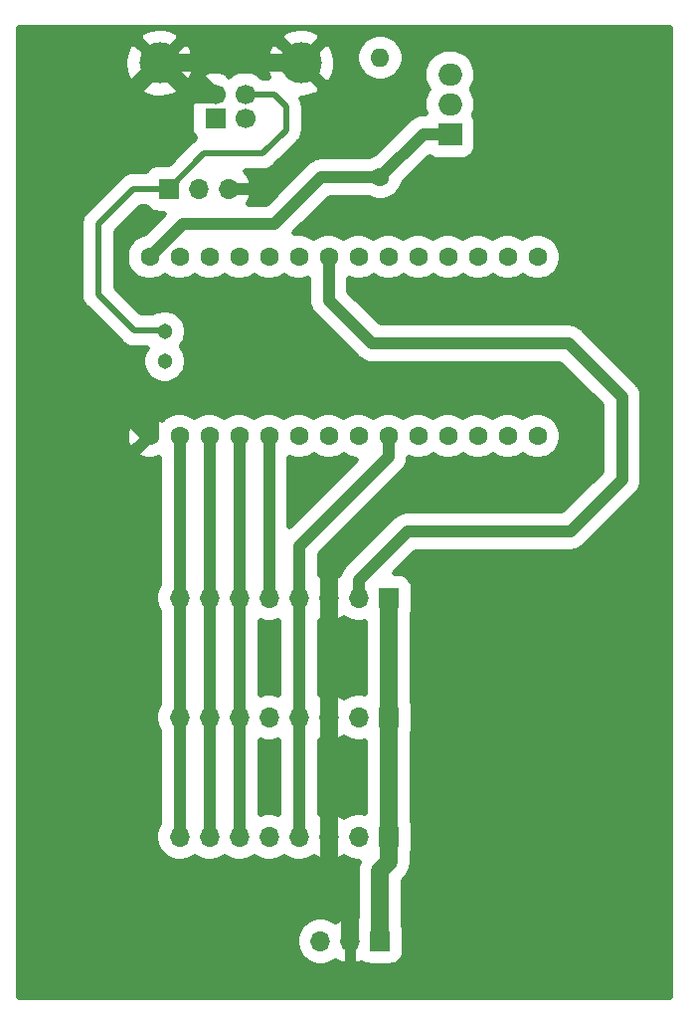
<source format=gbl>
G04 #@! TF.GenerationSoftware,KiCad,Pcbnew,(5.1.9)-1*
G04 #@! TF.CreationDate,2021-03-04T10:53:28+07:00*
G04 #@! TF.ProjectId,Motherboard Schematics,4d6f7468-6572-4626-9f61-726420536368,rev?*
G04 #@! TF.SameCoordinates,PX7ed6b40PY8b3c880*
G04 #@! TF.FileFunction,Copper,L2,Bot*
G04 #@! TF.FilePolarity,Positive*
%FSLAX46Y46*%
G04 Gerber Fmt 4.6, Leading zero omitted, Abs format (unit mm)*
G04 Created by KiCad (PCBNEW (5.1.9)-1) date 2021-03-04 10:53:28*
%MOMM*%
%LPD*%
G01*
G04 APERTURE LIST*
G04 #@! TA.AperFunction,ComponentPad*
%ADD10O,1.700000X1.700000*%
G04 #@! TD*
G04 #@! TA.AperFunction,ComponentPad*
%ADD11R,1.700000X1.700000*%
G04 #@! TD*
G04 #@! TA.AperFunction,ComponentPad*
%ADD12O,2.000000X1.905000*%
G04 #@! TD*
G04 #@! TA.AperFunction,ComponentPad*
%ADD13R,2.000000X1.905000*%
G04 #@! TD*
G04 #@! TA.AperFunction,ComponentPad*
%ADD14O,1.600000X1.600000*%
G04 #@! TD*
G04 #@! TA.AperFunction,ComponentPad*
%ADD15C,1.600000*%
G04 #@! TD*
G04 #@! TA.AperFunction,ComponentPad*
%ADD16C,1.304000*%
G04 #@! TD*
G04 #@! TA.AperFunction,ComponentPad*
%ADD17C,3.500000*%
G04 #@! TD*
G04 #@! TA.AperFunction,ComponentPad*
%ADD18C,1.700000*%
G04 #@! TD*
G04 #@! TA.AperFunction,ViaPad*
%ADD19C,3.500000*%
G04 #@! TD*
G04 #@! TA.AperFunction,Conductor*
%ADD20C,1.000000*%
G04 #@! TD*
G04 #@! TA.AperFunction,Conductor*
%ADD21C,1.500000*%
G04 #@! TD*
G04 #@! TA.AperFunction,Conductor*
%ADD22C,0.500000*%
G04 #@! TD*
G04 #@! TA.AperFunction,Conductor*
%ADD23C,0.100000*%
G04 #@! TD*
G04 #@! TA.AperFunction,NonConductor*
%ADD24C,0.500000*%
G04 #@! TD*
G04 #@! TA.AperFunction,NonConductor*
%ADD25C,0.100000*%
G04 #@! TD*
G04 APERTURE END LIST*
D10*
X19080000Y70000000D03*
X16540000Y70000000D03*
D11*
X14000000Y70000000D03*
D12*
X37950000Y79740000D03*
X37950000Y77200000D03*
D13*
X37950000Y74660000D03*
D14*
X32000000Y81160000D03*
D15*
X32000000Y71000000D03*
D16*
X13660000Y57870000D03*
X13660000Y55330000D03*
D15*
X12390000Y48980000D03*
X14930000Y48980000D03*
X17470000Y48980000D03*
X20010000Y48980000D03*
X22550000Y48980000D03*
X25090000Y48980000D03*
X27630000Y48980000D03*
X30170000Y48980000D03*
X32710000Y48980000D03*
X35250000Y48980000D03*
X37790000Y48980000D03*
X40330000Y48980000D03*
X42870000Y48980000D03*
X12390000Y64220000D03*
X14930000Y64220000D03*
X17470000Y64220000D03*
X20010000Y64220000D03*
X22550000Y64220000D03*
X25090000Y64220000D03*
X27630000Y64220000D03*
X30170000Y64220000D03*
X32710000Y64220000D03*
X35250000Y64220000D03*
X37790000Y64220000D03*
X40330000Y64220000D03*
X42870000Y64220000D03*
X45410000Y48980000D03*
X45410000Y64220000D03*
D17*
X25270000Y80710000D03*
X13230000Y80710000D03*
D18*
X18000000Y78000000D03*
X20500000Y78000000D03*
X20500000Y76000000D03*
D11*
X18000000Y76000000D03*
D10*
X26930000Y5990000D03*
X29470000Y5990000D03*
D11*
X32010000Y5990000D03*
D10*
X14944999Y14880000D03*
X17484999Y14880000D03*
X20024999Y14880000D03*
X22564999Y14880000D03*
X25104999Y14880000D03*
X27644999Y14880000D03*
X30184999Y14880000D03*
D11*
X32724999Y14880000D03*
D10*
X14944999Y25040000D03*
X17484999Y25040000D03*
X20024999Y25040000D03*
X22564999Y25040000D03*
X25104999Y25040000D03*
X27644999Y25040000D03*
X30184999Y25040000D03*
D11*
X32724999Y25040000D03*
D10*
X14944999Y35200000D03*
X17484999Y35200000D03*
X20024999Y35200000D03*
X22564999Y35200000D03*
X25104999Y35200000D03*
X27644999Y35200000D03*
X30184999Y35200000D03*
D11*
X32724999Y35200000D03*
D19*
X53000000Y80000000D03*
X53000000Y5000000D03*
X5000000Y5000000D03*
X5000000Y80000000D03*
D20*
X14930000Y35214999D02*
X14944999Y35200000D01*
X14930000Y48980000D02*
X14930000Y35214999D01*
X14944999Y35200000D02*
X14944999Y25040000D01*
X14944999Y25040000D02*
X14944999Y14880000D01*
X17470000Y35214999D02*
X17484999Y35200000D01*
X17470000Y48980000D02*
X17470000Y35214999D01*
X17484999Y35200000D02*
X17484999Y25040000D01*
X17484999Y14880000D02*
X17484999Y25040000D01*
X20024999Y48965001D02*
X20010000Y48980000D01*
X20024999Y35200000D02*
X20024999Y48965001D01*
X20024999Y35200000D02*
X20024999Y25040000D01*
X20024999Y25040000D02*
X20024999Y14880000D01*
X22550000Y35214999D02*
X22564999Y35200000D01*
X22550000Y48980000D02*
X22550000Y35214999D01*
X32710000Y48980000D02*
X32710000Y47210000D01*
X25104999Y39604999D02*
X25104999Y35200000D01*
X32710000Y47210000D02*
X25104999Y39604999D01*
X25104999Y35200000D02*
X25104999Y25040000D01*
X25104999Y25040000D02*
X25104999Y14880000D01*
D21*
X46750000Y54200000D02*
X49750000Y51200000D01*
X49750000Y51200000D02*
X49750000Y46600000D01*
X49750000Y46600000D02*
X47150000Y44000000D01*
X47150000Y44000000D02*
X33450000Y44000000D01*
X27644999Y38194999D02*
X27644999Y35200000D01*
X33450000Y44000000D02*
X27644999Y38194999D01*
X27644999Y35200000D02*
X27644999Y25040000D01*
X27644999Y25040000D02*
X27644999Y14880000D01*
X27644999Y14880000D02*
X27644999Y11355001D01*
X29470000Y9530000D02*
X29470000Y5990000D01*
X27644999Y11355001D02*
X29470000Y9530000D01*
X46750000Y54200000D02*
X16200000Y54200000D01*
X12390000Y50390000D02*
X12390000Y48980000D01*
X16200000Y54200000D02*
X12390000Y50390000D01*
X13230000Y80710000D02*
X25270000Y80710000D01*
X13230000Y80710000D02*
X15940000Y78000000D01*
X15940000Y78000000D02*
X18000000Y78000000D01*
X13230000Y80710000D02*
X3000000Y70480000D01*
X3000000Y58370000D02*
X12390000Y48980000D01*
X3000000Y70480000D02*
X3000000Y58370000D01*
D20*
X30184999Y35200000D02*
X30184999Y36734999D01*
X30184999Y36734999D02*
X34300000Y40850000D01*
X34300000Y40850000D02*
X48200000Y40850000D01*
X48200000Y40850000D02*
X52600000Y45250000D01*
X52600000Y45250000D02*
X52600000Y52300000D01*
X52600000Y52300000D02*
X48050000Y56850000D01*
X48050000Y56850000D02*
X31300000Y56850000D01*
X27630000Y60520000D02*
X27630000Y64220000D01*
X31300000Y56850000D02*
X27630000Y60520000D01*
D21*
X32724999Y35200000D02*
X32724999Y25040000D01*
X32724999Y25040000D02*
X32724999Y14880000D01*
X32724999Y14880000D02*
X32724999Y12724999D01*
X32010000Y12010000D02*
X32010000Y5990000D01*
X32724999Y12724999D02*
X32010000Y12010000D01*
D22*
X11049990Y57950010D02*
X13660000Y57950010D01*
X8000000Y61000000D02*
X11049990Y57950010D01*
X8000000Y67000000D02*
X8000000Y61000000D01*
X24000000Y75000000D02*
X22000000Y73000000D01*
X24000000Y77000000D02*
X24000000Y75000000D01*
X23000000Y78000000D02*
X24000000Y77000000D01*
X20500000Y78000000D02*
X23000000Y78000000D01*
X22000000Y73000000D02*
X17000000Y73000000D01*
X17000000Y73000000D02*
X14000000Y70000000D01*
X14000000Y70000000D02*
X11000000Y70000000D01*
X11000000Y70000000D02*
X8000000Y67000000D01*
D20*
X35660000Y74660000D02*
X32000000Y71000000D01*
X37950000Y74660000D02*
X35660000Y74660000D01*
X27000000Y71000000D02*
X32000000Y71000000D01*
X23000000Y67000000D02*
X27000000Y71000000D01*
X15170000Y67000000D02*
X23000000Y67000000D01*
X12390000Y64220000D02*
X15170000Y67000000D01*
D22*
X56725001Y1275000D02*
X1275000Y1275000D01*
X1275000Y6196832D01*
X24830000Y6196832D01*
X24830000Y5783168D01*
X24910702Y5377453D01*
X25069004Y4995277D01*
X25298823Y4651328D01*
X25591328Y4358823D01*
X25935277Y4129004D01*
X26317453Y3970702D01*
X26723168Y3890000D01*
X27136832Y3890000D01*
X27542547Y3970702D01*
X27924723Y4129004D01*
X28210731Y4320108D01*
X28446679Y4156194D01*
X28824100Y3991790D01*
X28896902Y3969713D01*
X29220000Y4220069D01*
X29220000Y5740000D01*
X29200000Y5740000D01*
X29200000Y6240000D01*
X29220000Y6240000D01*
X29220000Y7759931D01*
X28896902Y8010287D01*
X28824100Y7988210D01*
X28446679Y7823806D01*
X28210731Y7659892D01*
X27924723Y7850996D01*
X27542547Y8009298D01*
X27136832Y8090000D01*
X26723168Y8090000D01*
X26317453Y8009298D01*
X25935277Y7850996D01*
X25591328Y7621177D01*
X25298823Y7328672D01*
X25069004Y6984723D01*
X24910702Y6602547D01*
X24830000Y6196832D01*
X1275000Y6196832D01*
X1275000Y48810468D01*
X10337070Y48810468D01*
X10409590Y48413219D01*
X10558217Y48037751D01*
X10588863Y47980414D01*
X10990322Y47933876D01*
X12036447Y48980000D01*
X10990322Y50026124D01*
X10588863Y49979586D01*
X10428462Y49608995D01*
X10343442Y49214232D01*
X10337070Y48810468D01*
X1275000Y48810468D01*
X1275000Y50379678D01*
X11343876Y50379678D01*
X12390000Y49333553D01*
X12404143Y49347695D01*
X12757696Y48994142D01*
X12743553Y48980000D01*
X12757696Y48965857D01*
X12404142Y48612304D01*
X12390000Y48626447D01*
X11343876Y47580322D01*
X11390414Y47178863D01*
X11761005Y47018462D01*
X12155768Y46933442D01*
X12559532Y46927070D01*
X12956781Y46999590D01*
X13180000Y47087950D01*
X13180001Y36338394D01*
X13084003Y36194723D01*
X12925701Y35812547D01*
X12844999Y35406832D01*
X12844999Y34993168D01*
X12925701Y34587453D01*
X13084003Y34205277D01*
X13194999Y34039159D01*
X13195000Y26200842D01*
X13084003Y26034723D01*
X12925701Y25652547D01*
X12844999Y25246832D01*
X12844999Y24833168D01*
X12925701Y24427453D01*
X13084003Y24045277D01*
X13194999Y23879159D01*
X13195000Y16040842D01*
X13084003Y15874723D01*
X12925701Y15492547D01*
X12844999Y15086832D01*
X12844999Y14673168D01*
X12925701Y14267453D01*
X13084003Y13885277D01*
X13313822Y13541328D01*
X13606327Y13248823D01*
X13950276Y13019004D01*
X14332452Y12860702D01*
X14738167Y12780000D01*
X15151831Y12780000D01*
X15557546Y12860702D01*
X15939722Y13019004D01*
X16214999Y13202938D01*
X16490276Y13019004D01*
X16872452Y12860702D01*
X17278167Y12780000D01*
X17691831Y12780000D01*
X18097546Y12860702D01*
X18479722Y13019004D01*
X18754999Y13202938D01*
X19030276Y13019004D01*
X19412452Y12860702D01*
X19818167Y12780000D01*
X20231831Y12780000D01*
X20637546Y12860702D01*
X21019722Y13019004D01*
X21294999Y13202938D01*
X21570276Y13019004D01*
X21952452Y12860702D01*
X22358167Y12780000D01*
X22771831Y12780000D01*
X23177546Y12860702D01*
X23559722Y13019004D01*
X23834999Y13202938D01*
X24110276Y13019004D01*
X24492452Y12860702D01*
X24898167Y12780000D01*
X25311831Y12780000D01*
X25717546Y12860702D01*
X26099722Y13019004D01*
X26385730Y13210108D01*
X26621678Y13046194D01*
X26999099Y12881790D01*
X27071901Y12859713D01*
X27394999Y13110069D01*
X27394999Y14630000D01*
X27374999Y14630000D01*
X27374999Y15130000D01*
X27394999Y15130000D01*
X27394999Y16649931D01*
X27071901Y16900287D01*
X26999099Y16878210D01*
X26854999Y16815440D01*
X26854999Y23104560D01*
X26999099Y23041790D01*
X27071901Y23019713D01*
X27394999Y23270069D01*
X27394999Y24790000D01*
X27374999Y24790000D01*
X27374999Y25290000D01*
X27394999Y25290000D01*
X27394999Y26809931D01*
X27071901Y27060287D01*
X26999099Y27038210D01*
X26854999Y26975440D01*
X26854999Y33264560D01*
X26999099Y33201790D01*
X27071901Y33179713D01*
X27394999Y33430069D01*
X27394999Y34950000D01*
X27374999Y34950000D01*
X27374999Y35450000D01*
X27394999Y35450000D01*
X27394999Y36969931D01*
X27071901Y37220287D01*
X26999099Y37198210D01*
X26854999Y37135440D01*
X26854999Y38880126D01*
X33886644Y45911771D01*
X33953424Y45966576D01*
X34172112Y46233048D01*
X34311286Y46493424D01*
X34334612Y46537063D01*
X34434679Y46866940D01*
X34456621Y47089724D01*
X34652037Y47008780D01*
X35048093Y46930000D01*
X35451907Y46930000D01*
X35847963Y47008780D01*
X36221039Y47163314D01*
X36520000Y47363073D01*
X36818961Y47163314D01*
X37192037Y47008780D01*
X37588093Y46930000D01*
X37991907Y46930000D01*
X38387963Y47008780D01*
X38761039Y47163314D01*
X39060000Y47363073D01*
X39358961Y47163314D01*
X39732037Y47008780D01*
X40128093Y46930000D01*
X40531907Y46930000D01*
X40927963Y47008780D01*
X41301039Y47163314D01*
X41600000Y47363073D01*
X41898961Y47163314D01*
X42272037Y47008780D01*
X42668093Y46930000D01*
X43071907Y46930000D01*
X43467963Y47008780D01*
X43841039Y47163314D01*
X44140000Y47363073D01*
X44438961Y47163314D01*
X44812037Y47008780D01*
X45208093Y46930000D01*
X45611907Y46930000D01*
X46007963Y47008780D01*
X46381039Y47163314D01*
X46716799Y47387661D01*
X47002339Y47673201D01*
X47226686Y48008961D01*
X47381220Y48382037D01*
X47460000Y48778093D01*
X47460000Y49181907D01*
X47381220Y49577963D01*
X47226686Y49951039D01*
X47002339Y50286799D01*
X46716799Y50572339D01*
X46381039Y50796686D01*
X46007963Y50951220D01*
X45611907Y51030000D01*
X45208093Y51030000D01*
X44812037Y50951220D01*
X44438961Y50796686D01*
X44140000Y50596927D01*
X43841039Y50796686D01*
X43467963Y50951220D01*
X43071907Y51030000D01*
X42668093Y51030000D01*
X42272037Y50951220D01*
X41898961Y50796686D01*
X41600000Y50596927D01*
X41301039Y50796686D01*
X40927963Y50951220D01*
X40531907Y51030000D01*
X40128093Y51030000D01*
X39732037Y50951220D01*
X39358961Y50796686D01*
X39060000Y50596927D01*
X38761039Y50796686D01*
X38387963Y50951220D01*
X37991907Y51030000D01*
X37588093Y51030000D01*
X37192037Y50951220D01*
X36818961Y50796686D01*
X36520000Y50596927D01*
X36221039Y50796686D01*
X35847963Y50951220D01*
X35451907Y51030000D01*
X35048093Y51030000D01*
X34652037Y50951220D01*
X34278961Y50796686D01*
X33980000Y50596927D01*
X33681039Y50796686D01*
X33307963Y50951220D01*
X32911907Y51030000D01*
X32508093Y51030000D01*
X32112037Y50951220D01*
X31738961Y50796686D01*
X31440000Y50596927D01*
X31141039Y50796686D01*
X30767963Y50951220D01*
X30371907Y51030000D01*
X29968093Y51030000D01*
X29572037Y50951220D01*
X29198961Y50796686D01*
X28900000Y50596927D01*
X28601039Y50796686D01*
X28227963Y50951220D01*
X27831907Y51030000D01*
X27428093Y51030000D01*
X27032037Y50951220D01*
X26658961Y50796686D01*
X26360000Y50596927D01*
X26061039Y50796686D01*
X25687963Y50951220D01*
X25291907Y51030000D01*
X24888093Y51030000D01*
X24492037Y50951220D01*
X24118961Y50796686D01*
X23820000Y50596927D01*
X23521039Y50796686D01*
X23147963Y50951220D01*
X22751907Y51030000D01*
X22348093Y51030000D01*
X21952037Y50951220D01*
X21578961Y50796686D01*
X21280000Y50596927D01*
X20981039Y50796686D01*
X20607963Y50951220D01*
X20211907Y51030000D01*
X19808093Y51030000D01*
X19412037Y50951220D01*
X19038961Y50796686D01*
X18740000Y50596927D01*
X18441039Y50796686D01*
X18067963Y50951220D01*
X17671907Y51030000D01*
X17268093Y51030000D01*
X16872037Y50951220D01*
X16498961Y50796686D01*
X16200000Y50596927D01*
X15901039Y50796686D01*
X15527963Y50951220D01*
X15131907Y51030000D01*
X14728093Y51030000D01*
X14332037Y50951220D01*
X13958961Y50796686D01*
X13674703Y50606751D01*
X13668949Y50612505D01*
X13640023Y50583579D01*
X13623201Y50572339D01*
X13435544Y50384682D01*
X13389586Y50781137D01*
X13018995Y50941538D01*
X12624232Y51026558D01*
X12220468Y51032930D01*
X11823219Y50960410D01*
X11447751Y50811783D01*
X11390414Y50781137D01*
X11343876Y50379678D01*
X1275000Y50379678D01*
X1275000Y67000000D01*
X6492743Y67000000D01*
X6500000Y66926319D01*
X6500001Y61073690D01*
X6492743Y61000000D01*
X6521705Y60705949D01*
X6604190Y60434033D01*
X6607477Y60423198D01*
X6746763Y60162613D01*
X6934209Y59934208D01*
X6991445Y59887236D01*
X9937225Y56941455D01*
X9984198Y56884218D01*
X10212603Y56696772D01*
X10473188Y56557486D01*
X10755939Y56471715D01*
X10976310Y56450010D01*
X10976311Y56450010D01*
X11049989Y56442753D01*
X11123667Y56450010D01*
X12120851Y56450010D01*
X11974469Y56230935D01*
X11831093Y55884793D01*
X11758000Y55517331D01*
X11758000Y55142669D01*
X11831093Y54775207D01*
X11974469Y54429065D01*
X12182620Y54117546D01*
X12447546Y53852620D01*
X12759065Y53644469D01*
X13105207Y53501093D01*
X13472669Y53428000D01*
X13847331Y53428000D01*
X14214793Y53501093D01*
X14560935Y53644469D01*
X14872454Y53852620D01*
X15137380Y54117546D01*
X15345531Y54429065D01*
X15488907Y54775207D01*
X15562000Y55142669D01*
X15562000Y55517331D01*
X15488907Y55884793D01*
X15345531Y56230935D01*
X15137380Y56542454D01*
X15079834Y56600000D01*
X15137380Y56657546D01*
X15345531Y56969065D01*
X15488907Y57315207D01*
X15562000Y57682669D01*
X15562000Y58057331D01*
X15488907Y58424793D01*
X15345531Y58770935D01*
X15137380Y59082454D01*
X14872454Y59347380D01*
X14560935Y59555531D01*
X14214793Y59698907D01*
X13847331Y59772000D01*
X13472669Y59772000D01*
X13105207Y59698907D01*
X12759065Y59555531D01*
X12601142Y59450010D01*
X11671310Y59450010D01*
X9500000Y61621319D01*
X9500000Y66378681D01*
X11621321Y68500000D01*
X12080072Y68500000D01*
X12105634Y68452177D01*
X12261840Y68261840D01*
X12452177Y68105634D01*
X12669331Y67989563D01*
X12904957Y67918087D01*
X13150000Y67893952D01*
X13589078Y67893952D01*
X11909764Y66214637D01*
X11792037Y66191220D01*
X11418961Y66036686D01*
X11083201Y65812339D01*
X10797661Y65526799D01*
X10573314Y65191039D01*
X10418780Y64817963D01*
X10340000Y64421907D01*
X10340000Y64018093D01*
X10418780Y63622037D01*
X10573314Y63248961D01*
X10797661Y62913201D01*
X11083201Y62627661D01*
X11418961Y62403314D01*
X11792037Y62248780D01*
X12188093Y62170000D01*
X12591907Y62170000D01*
X12987963Y62248780D01*
X13361039Y62403314D01*
X13660000Y62603073D01*
X13958961Y62403314D01*
X14332037Y62248780D01*
X14728093Y62170000D01*
X15131907Y62170000D01*
X15527963Y62248780D01*
X15901039Y62403314D01*
X16200000Y62603073D01*
X16498961Y62403314D01*
X16872037Y62248780D01*
X17268093Y62170000D01*
X17671907Y62170000D01*
X18067963Y62248780D01*
X18441039Y62403314D01*
X18740000Y62603073D01*
X19038961Y62403314D01*
X19412037Y62248780D01*
X19808093Y62170000D01*
X20211907Y62170000D01*
X20607963Y62248780D01*
X20981039Y62403314D01*
X21280000Y62603073D01*
X21578961Y62403314D01*
X21952037Y62248780D01*
X22348093Y62170000D01*
X22751907Y62170000D01*
X23147963Y62248780D01*
X23521039Y62403314D01*
X23820000Y62603073D01*
X24118961Y62403314D01*
X24492037Y62248780D01*
X24888093Y62170000D01*
X25291907Y62170000D01*
X25687963Y62248780D01*
X25880000Y62328325D01*
X25880000Y60605966D01*
X25871533Y60520000D01*
X25880000Y60434035D01*
X25880000Y60434033D01*
X25905321Y60176941D01*
X26005388Y59847065D01*
X26005389Y59847064D01*
X26167888Y59543048D01*
X26244243Y59450010D01*
X26386576Y59276576D01*
X26453356Y59221771D01*
X30001774Y55673352D01*
X30056576Y55606576D01*
X30123350Y55551776D01*
X30123351Y55551775D01*
X30323047Y55387888D01*
X30485547Y55301030D01*
X30627064Y55225388D01*
X30956940Y55125321D01*
X31214032Y55100000D01*
X31214034Y55100000D01*
X31300000Y55091533D01*
X31385966Y55100000D01*
X47325127Y55100000D01*
X50850001Y51575125D01*
X50850000Y45974874D01*
X47475127Y42600000D01*
X34385957Y42600000D01*
X34299999Y42608466D01*
X34214041Y42600000D01*
X34214032Y42600000D01*
X33956940Y42574679D01*
X33627064Y42474612D01*
X33485547Y42398970D01*
X33323047Y42312112D01*
X33123351Y42148225D01*
X33056576Y42093424D01*
X33001776Y42026650D01*
X29008350Y38033223D01*
X28941576Y37978423D01*
X28886776Y37911649D01*
X28886774Y37911647D01*
X28722887Y37711951D01*
X28560388Y37407935D01*
X28472740Y37119001D01*
X28290899Y37198210D01*
X28218097Y37220287D01*
X27894999Y36969931D01*
X27894999Y35450000D01*
X27914999Y35450000D01*
X27914999Y34950000D01*
X27894999Y34950000D01*
X27894999Y33430069D01*
X28218097Y33179713D01*
X28290899Y33201790D01*
X28668320Y33366194D01*
X28904268Y33530108D01*
X29190276Y33339004D01*
X29572452Y33180702D01*
X29978167Y33100000D01*
X30391831Y33100000D01*
X30724999Y33166271D01*
X30725000Y27073728D01*
X30391831Y27140000D01*
X29978167Y27140000D01*
X29572452Y27059298D01*
X29190276Y26900996D01*
X28904268Y26709892D01*
X28668320Y26873806D01*
X28290899Y27038210D01*
X28218097Y27060287D01*
X27894999Y26809931D01*
X27894999Y25290000D01*
X27914999Y25290000D01*
X27914999Y24790000D01*
X27894999Y24790000D01*
X27894999Y23270069D01*
X28218097Y23019713D01*
X28290899Y23041790D01*
X28668320Y23206194D01*
X28904268Y23370108D01*
X29190276Y23179004D01*
X29572452Y23020702D01*
X29978167Y22940000D01*
X30391831Y22940000D01*
X30724999Y23006271D01*
X30725000Y16913728D01*
X30391831Y16980000D01*
X29978167Y16980000D01*
X29572452Y16899298D01*
X29190276Y16740996D01*
X28904268Y16549892D01*
X28668320Y16713806D01*
X28290899Y16878210D01*
X28218097Y16900287D01*
X27894999Y16649931D01*
X27894999Y15130000D01*
X27914999Y15130000D01*
X27914999Y14630000D01*
X27894999Y14630000D01*
X27894999Y13110069D01*
X28218097Y12859713D01*
X28290899Y12881790D01*
X28668320Y13046194D01*
X28904268Y13210108D01*
X29190276Y13019004D01*
X29572452Y12860702D01*
X29978167Y12780000D01*
X30153799Y12780000D01*
X30153301Y12779069D01*
X30038938Y12402068D01*
X30010000Y12108252D01*
X30010000Y12108243D01*
X30000324Y12010000D01*
X30010000Y11911757D01*
X30010001Y7984641D01*
X29720000Y7759931D01*
X29720000Y6240000D01*
X29740000Y6240000D01*
X29740000Y5740000D01*
X29720000Y5740000D01*
X29720000Y4220069D01*
X30043098Y3969713D01*
X30115900Y3991790D01*
X30424770Y4126333D01*
X30462177Y4095634D01*
X30679331Y3979563D01*
X30914957Y3908087D01*
X31160000Y3883952D01*
X32860000Y3883952D01*
X33105043Y3908087D01*
X33340669Y3979563D01*
X33557823Y4095634D01*
X33748160Y4251840D01*
X33904366Y4442177D01*
X34020437Y4659331D01*
X34091913Y4894957D01*
X34116048Y5140000D01*
X34116048Y6840000D01*
X34091913Y7085043D01*
X34020437Y7320669D01*
X34010000Y7340195D01*
X34010000Y11181574D01*
X34069733Y11241307D01*
X34146055Y11303943D01*
X34395984Y11608482D01*
X34581698Y11955929D01*
X34696061Y12332930D01*
X34724999Y12626746D01*
X34724999Y12626755D01*
X34734675Y12724998D01*
X34724999Y12823241D01*
X34724999Y13529805D01*
X34735436Y13549331D01*
X34806912Y13784957D01*
X34831047Y14030000D01*
X34831047Y15730000D01*
X34806912Y15975043D01*
X34735436Y16210669D01*
X34724999Y16230195D01*
X34724999Y23689805D01*
X34735436Y23709331D01*
X34806912Y23944957D01*
X34831047Y24190000D01*
X34831047Y25890000D01*
X34806912Y26135043D01*
X34735436Y26370669D01*
X34724999Y26390195D01*
X34724999Y33849805D01*
X34735436Y33869331D01*
X34806912Y34104957D01*
X34831047Y34350000D01*
X34831047Y36050000D01*
X34806912Y36295043D01*
X34735436Y36530669D01*
X34619365Y36747823D01*
X34463159Y36938160D01*
X34272822Y37094366D01*
X34055668Y37210437D01*
X33820042Y37281913D01*
X33574999Y37306048D01*
X33230921Y37306048D01*
X35024874Y39100000D01*
X48114035Y39100000D01*
X48200000Y39091533D01*
X48285965Y39100000D01*
X48285968Y39100000D01*
X48543060Y39125321D01*
X48872936Y39225388D01*
X49176952Y39387888D01*
X49443424Y39606576D01*
X49498229Y39673356D01*
X53776651Y43951777D01*
X53843424Y44006576D01*
X54062112Y44273048D01*
X54062113Y44273049D01*
X54224612Y44577063D01*
X54247902Y44653840D01*
X54324679Y44906940D01*
X54350000Y45164032D01*
X54350000Y45164034D01*
X54358467Y45250000D01*
X54350000Y45335966D01*
X54350000Y52214034D01*
X54358467Y52300000D01*
X54350000Y52385968D01*
X54324679Y52643060D01*
X54224612Y52972936D01*
X54062112Y53276952D01*
X53843424Y53543424D01*
X53776650Y53598224D01*
X49348229Y58026644D01*
X49293424Y58093424D01*
X49026952Y58312112D01*
X48722936Y58474612D01*
X48393060Y58574679D01*
X48135968Y58600000D01*
X48135965Y58600000D01*
X48050000Y58608467D01*
X47964035Y58600000D01*
X32024874Y58600000D01*
X29380000Y61244873D01*
X29380000Y62328325D01*
X29572037Y62248780D01*
X29968093Y62170000D01*
X30371907Y62170000D01*
X30767963Y62248780D01*
X31141039Y62403314D01*
X31440000Y62603073D01*
X31738961Y62403314D01*
X32112037Y62248780D01*
X32508093Y62170000D01*
X32911907Y62170000D01*
X33307963Y62248780D01*
X33681039Y62403314D01*
X33980000Y62603073D01*
X34278961Y62403314D01*
X34652037Y62248780D01*
X35048093Y62170000D01*
X35451907Y62170000D01*
X35847963Y62248780D01*
X36221039Y62403314D01*
X36520000Y62603073D01*
X36818961Y62403314D01*
X37192037Y62248780D01*
X37588093Y62170000D01*
X37991907Y62170000D01*
X38387963Y62248780D01*
X38761039Y62403314D01*
X39060000Y62603073D01*
X39358961Y62403314D01*
X39732037Y62248780D01*
X40128093Y62170000D01*
X40531907Y62170000D01*
X40927963Y62248780D01*
X41301039Y62403314D01*
X41600000Y62603073D01*
X41898961Y62403314D01*
X42272037Y62248780D01*
X42668093Y62170000D01*
X43071907Y62170000D01*
X43467963Y62248780D01*
X43841039Y62403314D01*
X44140000Y62603073D01*
X44438961Y62403314D01*
X44812037Y62248780D01*
X45208093Y62170000D01*
X45611907Y62170000D01*
X46007963Y62248780D01*
X46381039Y62403314D01*
X46716799Y62627661D01*
X47002339Y62913201D01*
X47226686Y63248961D01*
X47381220Y63622037D01*
X47460000Y64018093D01*
X47460000Y64421907D01*
X47381220Y64817963D01*
X47226686Y65191039D01*
X47002339Y65526799D01*
X46716799Y65812339D01*
X46381039Y66036686D01*
X46007963Y66191220D01*
X45611907Y66270000D01*
X45208093Y66270000D01*
X44812037Y66191220D01*
X44438961Y66036686D01*
X44140000Y65836927D01*
X43841039Y66036686D01*
X43467963Y66191220D01*
X43071907Y66270000D01*
X42668093Y66270000D01*
X42272037Y66191220D01*
X41898961Y66036686D01*
X41600000Y65836927D01*
X41301039Y66036686D01*
X40927963Y66191220D01*
X40531907Y66270000D01*
X40128093Y66270000D01*
X39732037Y66191220D01*
X39358961Y66036686D01*
X39060000Y65836927D01*
X38761039Y66036686D01*
X38387963Y66191220D01*
X37991907Y66270000D01*
X37588093Y66270000D01*
X37192037Y66191220D01*
X36818961Y66036686D01*
X36520000Y65836927D01*
X36221039Y66036686D01*
X35847963Y66191220D01*
X35451907Y66270000D01*
X35048093Y66270000D01*
X34652037Y66191220D01*
X34278961Y66036686D01*
X33980000Y65836927D01*
X33681039Y66036686D01*
X33307963Y66191220D01*
X32911907Y66270000D01*
X32508093Y66270000D01*
X32112037Y66191220D01*
X31738961Y66036686D01*
X31440000Y65836927D01*
X31141039Y66036686D01*
X30767963Y66191220D01*
X30371907Y66270000D01*
X29968093Y66270000D01*
X29572037Y66191220D01*
X29198961Y66036686D01*
X28900000Y65836927D01*
X28601039Y66036686D01*
X28227963Y66191220D01*
X27831907Y66270000D01*
X27428093Y66270000D01*
X27032037Y66191220D01*
X26658961Y66036686D01*
X26360000Y65836927D01*
X26061039Y66036686D01*
X25687963Y66191220D01*
X25291907Y66270000D01*
X24888093Y66270000D01*
X24709311Y66234438D01*
X27724874Y69250000D01*
X30929158Y69250000D01*
X31028961Y69183314D01*
X31402037Y69028780D01*
X31798093Y68950000D01*
X32201907Y68950000D01*
X32597963Y69028780D01*
X32971039Y69183314D01*
X33306799Y69407661D01*
X33592339Y69693201D01*
X33816686Y70028961D01*
X33971220Y70402037D01*
X33994637Y70519764D01*
X36189470Y72714596D01*
X36252177Y72663134D01*
X36469331Y72547063D01*
X36704957Y72475587D01*
X36950000Y72451452D01*
X38950000Y72451452D01*
X39195043Y72475587D01*
X39430669Y72547063D01*
X39647823Y72663134D01*
X39838160Y72819340D01*
X39994366Y73009677D01*
X40110437Y73226831D01*
X40181913Y73462457D01*
X40206048Y73707500D01*
X40206048Y75612500D01*
X40181913Y75857543D01*
X40110437Y76093169D01*
X40006856Y76286956D01*
X40042190Y76353062D01*
X40168131Y76768235D01*
X40210656Y77200000D01*
X40168131Y77631765D01*
X40042190Y78046938D01*
X39837672Y78429564D01*
X39804487Y78470000D01*
X39837672Y78510436D01*
X40042190Y78893062D01*
X40168131Y79308235D01*
X40210656Y79740000D01*
X40168131Y80171765D01*
X40042190Y80586938D01*
X39837672Y80969564D01*
X39562438Y81304938D01*
X39227064Y81580172D01*
X38844438Y81784690D01*
X38429265Y81910631D01*
X38105693Y81942500D01*
X37794307Y81942500D01*
X37470735Y81910631D01*
X37055562Y81784690D01*
X36672936Y81580172D01*
X36337562Y81304938D01*
X36062328Y80969564D01*
X35857810Y80586938D01*
X35731869Y80171765D01*
X35689344Y79740000D01*
X35731869Y79308235D01*
X35857810Y78893062D01*
X36062328Y78510436D01*
X36095513Y78470000D01*
X36062328Y78429564D01*
X35857810Y78046938D01*
X35731869Y77631765D01*
X35689344Y77200000D01*
X35731869Y76768235D01*
X35840538Y76410000D01*
X35745966Y76410000D01*
X35660000Y76418467D01*
X35574034Y76410000D01*
X35574032Y76410000D01*
X35316940Y76384679D01*
X35071822Y76310323D01*
X34987063Y76284612D01*
X34758820Y76162613D01*
X34683048Y76122112D01*
X34416576Y75903424D01*
X34361776Y75836650D01*
X31519764Y72994637D01*
X31402037Y72971220D01*
X31028961Y72816686D01*
X30929158Y72750000D01*
X27085957Y72750000D01*
X26999999Y72758466D01*
X26914041Y72750000D01*
X26914032Y72750000D01*
X26656940Y72724679D01*
X26327064Y72624612D01*
X26185547Y72548970D01*
X26023047Y72462112D01*
X25823351Y72298225D01*
X25756576Y72243424D01*
X25701776Y72176650D01*
X22275127Y68750000D01*
X20760982Y68750000D01*
X20949669Y69043773D01*
X21100294Y69426901D01*
X20852573Y69750000D01*
X19330000Y69750000D01*
X19330000Y69730000D01*
X18830000Y69730000D01*
X18830000Y69750000D01*
X18810000Y69750000D01*
X18810000Y70250000D01*
X18830000Y70250000D01*
X18830000Y70270000D01*
X19330000Y70270000D01*
X19330000Y70250000D01*
X20852573Y70250000D01*
X21100294Y70573099D01*
X20949669Y70956227D01*
X20727193Y71302608D01*
X20536825Y71500000D01*
X21926320Y71500000D01*
X22000000Y71492743D01*
X22073680Y71500000D01*
X22147361Y71507257D01*
X22294051Y71521705D01*
X22576802Y71607476D01*
X22837387Y71746762D01*
X23065792Y71934208D01*
X23112769Y71991450D01*
X25008555Y73887235D01*
X25065792Y73934208D01*
X25253238Y74162613D01*
X25392524Y74423198D01*
X25464357Y74660000D01*
X25478295Y74705948D01*
X25507257Y74999999D01*
X25500000Y75073679D01*
X25500000Y76926320D01*
X25507257Y77000000D01*
X25478295Y77294051D01*
X25392524Y77576803D01*
X25325317Y77702538D01*
X25401865Y77698368D01*
X25986871Y77781961D01*
X26544329Y77978077D01*
X26833530Y78132659D01*
X26995642Y78630805D01*
X25270000Y80356447D01*
X25255858Y80342304D01*
X24902305Y80695857D01*
X24916447Y80710000D01*
X25623553Y80710000D01*
X27349195Y78984358D01*
X27847341Y79146470D01*
X28102847Y79679326D01*
X28249490Y80251791D01*
X28281632Y80841865D01*
X28207322Y81361907D01*
X29950000Y81361907D01*
X29950000Y80958093D01*
X30028780Y80562037D01*
X30183314Y80188961D01*
X30407661Y79853201D01*
X30693201Y79567661D01*
X31028961Y79343314D01*
X31402037Y79188780D01*
X31798093Y79110000D01*
X32201907Y79110000D01*
X32597963Y79188780D01*
X32971039Y79343314D01*
X33306799Y79567661D01*
X33592339Y79853201D01*
X33816686Y80188961D01*
X33971220Y80562037D01*
X34050000Y80958093D01*
X34050000Y81361907D01*
X33971220Y81757963D01*
X33816686Y82131039D01*
X33592339Y82466799D01*
X33306799Y82752339D01*
X32971039Y82976686D01*
X32597963Y83131220D01*
X32201907Y83210000D01*
X31798093Y83210000D01*
X31402037Y83131220D01*
X31028961Y82976686D01*
X30693201Y82752339D01*
X30407661Y82466799D01*
X30183314Y82131039D01*
X30028780Y81757963D01*
X29950000Y81361907D01*
X28207322Y81361907D01*
X28198039Y81426871D01*
X28001923Y81984329D01*
X27847341Y82273530D01*
X27349195Y82435642D01*
X25623553Y80710000D01*
X24916447Y80710000D01*
X23190805Y82435642D01*
X22692659Y82273530D01*
X22437153Y81740674D01*
X22290510Y81168209D01*
X22258368Y80578135D01*
X22341961Y79993129D01*
X22515446Y79500000D01*
X21969849Y79500000D01*
X21838672Y79631177D01*
X21494723Y79860996D01*
X21112547Y80019298D01*
X20706832Y80100000D01*
X20293168Y80100000D01*
X19887453Y80019298D01*
X19505277Y79860996D01*
X19161328Y79631177D01*
X19068668Y79538517D01*
X19029332Y79842079D01*
X18650181Y80007497D01*
X18246045Y80095767D01*
X17832454Y80103498D01*
X17425301Y80030394D01*
X17040233Y79879263D01*
X16970668Y79842079D01*
X16917991Y79435563D01*
X18000000Y78353553D01*
X18014143Y78367695D01*
X18275790Y78106048D01*
X17540399Y78106048D01*
X16564437Y79082009D01*
X16157921Y79029332D01*
X15992503Y78650181D01*
X15904233Y78246045D01*
X15896502Y77832454D01*
X15969606Y77425301D01*
X15999471Y77349206D01*
X15989563Y77330669D01*
X15918087Y77095043D01*
X15893952Y76850000D01*
X15893952Y75150000D01*
X15918087Y74904957D01*
X15989563Y74669331D01*
X16105634Y74452177D01*
X16236492Y74292727D01*
X16162613Y74253238D01*
X15934208Y74065792D01*
X15887240Y74008561D01*
X13984728Y72106048D01*
X13150000Y72106048D01*
X12904957Y72081913D01*
X12669331Y72010437D01*
X12452177Y71894366D01*
X12261840Y71738160D01*
X12105634Y71547823D01*
X12080072Y71500000D01*
X11073680Y71500000D01*
X11000000Y71507257D01*
X10705949Y71478295D01*
X10423198Y71392524D01*
X10162613Y71253238D01*
X9934208Y71065792D01*
X9887240Y71008561D01*
X6991450Y68112769D01*
X6934208Y68065792D01*
X6746762Y67837386D01*
X6607476Y67576801D01*
X6547723Y67379822D01*
X6521705Y67294051D01*
X6492743Y67000000D01*
X1275000Y67000000D01*
X1275000Y78630805D01*
X11504358Y78630805D01*
X11666470Y78132659D01*
X12199326Y77877153D01*
X12771791Y77730510D01*
X13361865Y77698368D01*
X13946871Y77781961D01*
X14504329Y77978077D01*
X14793530Y78132659D01*
X14955642Y78630805D01*
X13230000Y80356447D01*
X11504358Y78630805D01*
X1275000Y78630805D01*
X1275000Y80578135D01*
X10218368Y80578135D01*
X10301961Y79993129D01*
X10498077Y79435671D01*
X10652659Y79146470D01*
X11150805Y78984358D01*
X12876447Y80710000D01*
X13583553Y80710000D01*
X15309195Y78984358D01*
X15807341Y79146470D01*
X16062847Y79679326D01*
X16209490Y80251791D01*
X16241632Y80841865D01*
X16158039Y81426871D01*
X15961923Y81984329D01*
X15807341Y82273530D01*
X15309195Y82435642D01*
X13583553Y80710000D01*
X12876447Y80710000D01*
X11150805Y82435642D01*
X10652659Y82273530D01*
X10397153Y81740674D01*
X10250510Y81168209D01*
X10218368Y80578135D01*
X1275000Y80578135D01*
X1275000Y82789195D01*
X11504358Y82789195D01*
X13230000Y81063553D01*
X14955642Y82789195D01*
X23544358Y82789195D01*
X25270000Y81063553D01*
X26995642Y82789195D01*
X26833530Y83287341D01*
X26300674Y83542847D01*
X25728209Y83689490D01*
X25138135Y83721632D01*
X24553129Y83638039D01*
X23995671Y83441923D01*
X23706470Y83287341D01*
X23544358Y82789195D01*
X14955642Y82789195D01*
X14793530Y83287341D01*
X14260674Y83542847D01*
X13688209Y83689490D01*
X13098135Y83721632D01*
X12513129Y83638039D01*
X11955671Y83441923D01*
X11666470Y83287341D01*
X11504358Y82789195D01*
X1275000Y82789195D01*
X1275000Y83725000D01*
X56725000Y83725000D01*
X56725001Y1275000D01*
G04 #@! TA.AperFunction,Conductor*
D23*
G36*
X56725001Y1275000D02*
G01*
X1275000Y1275000D01*
X1275000Y6196832D01*
X24830000Y6196832D01*
X24830000Y5783168D01*
X24910702Y5377453D01*
X25069004Y4995277D01*
X25298823Y4651328D01*
X25591328Y4358823D01*
X25935277Y4129004D01*
X26317453Y3970702D01*
X26723168Y3890000D01*
X27136832Y3890000D01*
X27542547Y3970702D01*
X27924723Y4129004D01*
X28210731Y4320108D01*
X28446679Y4156194D01*
X28824100Y3991790D01*
X28896902Y3969713D01*
X29220000Y4220069D01*
X29220000Y5740000D01*
X29200000Y5740000D01*
X29200000Y6240000D01*
X29220000Y6240000D01*
X29220000Y7759931D01*
X28896902Y8010287D01*
X28824100Y7988210D01*
X28446679Y7823806D01*
X28210731Y7659892D01*
X27924723Y7850996D01*
X27542547Y8009298D01*
X27136832Y8090000D01*
X26723168Y8090000D01*
X26317453Y8009298D01*
X25935277Y7850996D01*
X25591328Y7621177D01*
X25298823Y7328672D01*
X25069004Y6984723D01*
X24910702Y6602547D01*
X24830000Y6196832D01*
X1275000Y6196832D01*
X1275000Y48810468D01*
X10337070Y48810468D01*
X10409590Y48413219D01*
X10558217Y48037751D01*
X10588863Y47980414D01*
X10990322Y47933876D01*
X12036447Y48980000D01*
X10990322Y50026124D01*
X10588863Y49979586D01*
X10428462Y49608995D01*
X10343442Y49214232D01*
X10337070Y48810468D01*
X1275000Y48810468D01*
X1275000Y50379678D01*
X11343876Y50379678D01*
X12390000Y49333553D01*
X12404143Y49347695D01*
X12757696Y48994142D01*
X12743553Y48980000D01*
X12757696Y48965857D01*
X12404142Y48612304D01*
X12390000Y48626447D01*
X11343876Y47580322D01*
X11390414Y47178863D01*
X11761005Y47018462D01*
X12155768Y46933442D01*
X12559532Y46927070D01*
X12956781Y46999590D01*
X13180000Y47087950D01*
X13180001Y36338394D01*
X13084003Y36194723D01*
X12925701Y35812547D01*
X12844999Y35406832D01*
X12844999Y34993168D01*
X12925701Y34587453D01*
X13084003Y34205277D01*
X13194999Y34039159D01*
X13195000Y26200842D01*
X13084003Y26034723D01*
X12925701Y25652547D01*
X12844999Y25246832D01*
X12844999Y24833168D01*
X12925701Y24427453D01*
X13084003Y24045277D01*
X13194999Y23879159D01*
X13195000Y16040842D01*
X13084003Y15874723D01*
X12925701Y15492547D01*
X12844999Y15086832D01*
X12844999Y14673168D01*
X12925701Y14267453D01*
X13084003Y13885277D01*
X13313822Y13541328D01*
X13606327Y13248823D01*
X13950276Y13019004D01*
X14332452Y12860702D01*
X14738167Y12780000D01*
X15151831Y12780000D01*
X15557546Y12860702D01*
X15939722Y13019004D01*
X16214999Y13202938D01*
X16490276Y13019004D01*
X16872452Y12860702D01*
X17278167Y12780000D01*
X17691831Y12780000D01*
X18097546Y12860702D01*
X18479722Y13019004D01*
X18754999Y13202938D01*
X19030276Y13019004D01*
X19412452Y12860702D01*
X19818167Y12780000D01*
X20231831Y12780000D01*
X20637546Y12860702D01*
X21019722Y13019004D01*
X21294999Y13202938D01*
X21570276Y13019004D01*
X21952452Y12860702D01*
X22358167Y12780000D01*
X22771831Y12780000D01*
X23177546Y12860702D01*
X23559722Y13019004D01*
X23834999Y13202938D01*
X24110276Y13019004D01*
X24492452Y12860702D01*
X24898167Y12780000D01*
X25311831Y12780000D01*
X25717546Y12860702D01*
X26099722Y13019004D01*
X26385730Y13210108D01*
X26621678Y13046194D01*
X26999099Y12881790D01*
X27071901Y12859713D01*
X27394999Y13110069D01*
X27394999Y14630000D01*
X27374999Y14630000D01*
X27374999Y15130000D01*
X27394999Y15130000D01*
X27394999Y16649931D01*
X27071901Y16900287D01*
X26999099Y16878210D01*
X26854999Y16815440D01*
X26854999Y23104560D01*
X26999099Y23041790D01*
X27071901Y23019713D01*
X27394999Y23270069D01*
X27394999Y24790000D01*
X27374999Y24790000D01*
X27374999Y25290000D01*
X27394999Y25290000D01*
X27394999Y26809931D01*
X27071901Y27060287D01*
X26999099Y27038210D01*
X26854999Y26975440D01*
X26854999Y33264560D01*
X26999099Y33201790D01*
X27071901Y33179713D01*
X27394999Y33430069D01*
X27394999Y34950000D01*
X27374999Y34950000D01*
X27374999Y35450000D01*
X27394999Y35450000D01*
X27394999Y36969931D01*
X27071901Y37220287D01*
X26999099Y37198210D01*
X26854999Y37135440D01*
X26854999Y38880126D01*
X33886644Y45911771D01*
X33953424Y45966576D01*
X34172112Y46233048D01*
X34311286Y46493424D01*
X34334612Y46537063D01*
X34434679Y46866940D01*
X34456621Y47089724D01*
X34652037Y47008780D01*
X35048093Y46930000D01*
X35451907Y46930000D01*
X35847963Y47008780D01*
X36221039Y47163314D01*
X36520000Y47363073D01*
X36818961Y47163314D01*
X37192037Y47008780D01*
X37588093Y46930000D01*
X37991907Y46930000D01*
X38387963Y47008780D01*
X38761039Y47163314D01*
X39060000Y47363073D01*
X39358961Y47163314D01*
X39732037Y47008780D01*
X40128093Y46930000D01*
X40531907Y46930000D01*
X40927963Y47008780D01*
X41301039Y47163314D01*
X41600000Y47363073D01*
X41898961Y47163314D01*
X42272037Y47008780D01*
X42668093Y46930000D01*
X43071907Y46930000D01*
X43467963Y47008780D01*
X43841039Y47163314D01*
X44140000Y47363073D01*
X44438961Y47163314D01*
X44812037Y47008780D01*
X45208093Y46930000D01*
X45611907Y46930000D01*
X46007963Y47008780D01*
X46381039Y47163314D01*
X46716799Y47387661D01*
X47002339Y47673201D01*
X47226686Y48008961D01*
X47381220Y48382037D01*
X47460000Y48778093D01*
X47460000Y49181907D01*
X47381220Y49577963D01*
X47226686Y49951039D01*
X47002339Y50286799D01*
X46716799Y50572339D01*
X46381039Y50796686D01*
X46007963Y50951220D01*
X45611907Y51030000D01*
X45208093Y51030000D01*
X44812037Y50951220D01*
X44438961Y50796686D01*
X44140000Y50596927D01*
X43841039Y50796686D01*
X43467963Y50951220D01*
X43071907Y51030000D01*
X42668093Y51030000D01*
X42272037Y50951220D01*
X41898961Y50796686D01*
X41600000Y50596927D01*
X41301039Y50796686D01*
X40927963Y50951220D01*
X40531907Y51030000D01*
X40128093Y51030000D01*
X39732037Y50951220D01*
X39358961Y50796686D01*
X39060000Y50596927D01*
X38761039Y50796686D01*
X38387963Y50951220D01*
X37991907Y51030000D01*
X37588093Y51030000D01*
X37192037Y50951220D01*
X36818961Y50796686D01*
X36520000Y50596927D01*
X36221039Y50796686D01*
X35847963Y50951220D01*
X35451907Y51030000D01*
X35048093Y51030000D01*
X34652037Y50951220D01*
X34278961Y50796686D01*
X33980000Y50596927D01*
X33681039Y50796686D01*
X33307963Y50951220D01*
X32911907Y51030000D01*
X32508093Y51030000D01*
X32112037Y50951220D01*
X31738961Y50796686D01*
X31440000Y50596927D01*
X31141039Y50796686D01*
X30767963Y50951220D01*
X30371907Y51030000D01*
X29968093Y51030000D01*
X29572037Y50951220D01*
X29198961Y50796686D01*
X28900000Y50596927D01*
X28601039Y50796686D01*
X28227963Y50951220D01*
X27831907Y51030000D01*
X27428093Y51030000D01*
X27032037Y50951220D01*
X26658961Y50796686D01*
X26360000Y50596927D01*
X26061039Y50796686D01*
X25687963Y50951220D01*
X25291907Y51030000D01*
X24888093Y51030000D01*
X24492037Y50951220D01*
X24118961Y50796686D01*
X23820000Y50596927D01*
X23521039Y50796686D01*
X23147963Y50951220D01*
X22751907Y51030000D01*
X22348093Y51030000D01*
X21952037Y50951220D01*
X21578961Y50796686D01*
X21280000Y50596927D01*
X20981039Y50796686D01*
X20607963Y50951220D01*
X20211907Y51030000D01*
X19808093Y51030000D01*
X19412037Y50951220D01*
X19038961Y50796686D01*
X18740000Y50596927D01*
X18441039Y50796686D01*
X18067963Y50951220D01*
X17671907Y51030000D01*
X17268093Y51030000D01*
X16872037Y50951220D01*
X16498961Y50796686D01*
X16200000Y50596927D01*
X15901039Y50796686D01*
X15527963Y50951220D01*
X15131907Y51030000D01*
X14728093Y51030000D01*
X14332037Y50951220D01*
X13958961Y50796686D01*
X13674703Y50606751D01*
X13668949Y50612505D01*
X13640023Y50583579D01*
X13623201Y50572339D01*
X13435544Y50384682D01*
X13389586Y50781137D01*
X13018995Y50941538D01*
X12624232Y51026558D01*
X12220468Y51032930D01*
X11823219Y50960410D01*
X11447751Y50811783D01*
X11390414Y50781137D01*
X11343876Y50379678D01*
X1275000Y50379678D01*
X1275000Y67000000D01*
X6492743Y67000000D01*
X6500000Y66926319D01*
X6500001Y61073690D01*
X6492743Y61000000D01*
X6521705Y60705949D01*
X6604190Y60434033D01*
X6607477Y60423198D01*
X6746763Y60162613D01*
X6934209Y59934208D01*
X6991445Y59887236D01*
X9937225Y56941455D01*
X9984198Y56884218D01*
X10212603Y56696772D01*
X10473188Y56557486D01*
X10755939Y56471715D01*
X10976310Y56450010D01*
X10976311Y56450010D01*
X11049989Y56442753D01*
X11123667Y56450010D01*
X12120851Y56450010D01*
X11974469Y56230935D01*
X11831093Y55884793D01*
X11758000Y55517331D01*
X11758000Y55142669D01*
X11831093Y54775207D01*
X11974469Y54429065D01*
X12182620Y54117546D01*
X12447546Y53852620D01*
X12759065Y53644469D01*
X13105207Y53501093D01*
X13472669Y53428000D01*
X13847331Y53428000D01*
X14214793Y53501093D01*
X14560935Y53644469D01*
X14872454Y53852620D01*
X15137380Y54117546D01*
X15345531Y54429065D01*
X15488907Y54775207D01*
X15562000Y55142669D01*
X15562000Y55517331D01*
X15488907Y55884793D01*
X15345531Y56230935D01*
X15137380Y56542454D01*
X15079834Y56600000D01*
X15137380Y56657546D01*
X15345531Y56969065D01*
X15488907Y57315207D01*
X15562000Y57682669D01*
X15562000Y58057331D01*
X15488907Y58424793D01*
X15345531Y58770935D01*
X15137380Y59082454D01*
X14872454Y59347380D01*
X14560935Y59555531D01*
X14214793Y59698907D01*
X13847331Y59772000D01*
X13472669Y59772000D01*
X13105207Y59698907D01*
X12759065Y59555531D01*
X12601142Y59450010D01*
X11671310Y59450010D01*
X9500000Y61621319D01*
X9500000Y66378681D01*
X11621321Y68500000D01*
X12080072Y68500000D01*
X12105634Y68452177D01*
X12261840Y68261840D01*
X12452177Y68105634D01*
X12669331Y67989563D01*
X12904957Y67918087D01*
X13150000Y67893952D01*
X13589078Y67893952D01*
X11909764Y66214637D01*
X11792037Y66191220D01*
X11418961Y66036686D01*
X11083201Y65812339D01*
X10797661Y65526799D01*
X10573314Y65191039D01*
X10418780Y64817963D01*
X10340000Y64421907D01*
X10340000Y64018093D01*
X10418780Y63622037D01*
X10573314Y63248961D01*
X10797661Y62913201D01*
X11083201Y62627661D01*
X11418961Y62403314D01*
X11792037Y62248780D01*
X12188093Y62170000D01*
X12591907Y62170000D01*
X12987963Y62248780D01*
X13361039Y62403314D01*
X13660000Y62603073D01*
X13958961Y62403314D01*
X14332037Y62248780D01*
X14728093Y62170000D01*
X15131907Y62170000D01*
X15527963Y62248780D01*
X15901039Y62403314D01*
X16200000Y62603073D01*
X16498961Y62403314D01*
X16872037Y62248780D01*
X17268093Y62170000D01*
X17671907Y62170000D01*
X18067963Y62248780D01*
X18441039Y62403314D01*
X18740000Y62603073D01*
X19038961Y62403314D01*
X19412037Y62248780D01*
X19808093Y62170000D01*
X20211907Y62170000D01*
X20607963Y62248780D01*
X20981039Y62403314D01*
X21280000Y62603073D01*
X21578961Y62403314D01*
X21952037Y62248780D01*
X22348093Y62170000D01*
X22751907Y62170000D01*
X23147963Y62248780D01*
X23521039Y62403314D01*
X23820000Y62603073D01*
X24118961Y62403314D01*
X24492037Y62248780D01*
X24888093Y62170000D01*
X25291907Y62170000D01*
X25687963Y62248780D01*
X25880000Y62328325D01*
X25880000Y60605966D01*
X25871533Y60520000D01*
X25880000Y60434035D01*
X25880000Y60434033D01*
X25905321Y60176941D01*
X26005388Y59847065D01*
X26005389Y59847064D01*
X26167888Y59543048D01*
X26244243Y59450010D01*
X26386576Y59276576D01*
X26453356Y59221771D01*
X30001774Y55673352D01*
X30056576Y55606576D01*
X30123350Y55551776D01*
X30123351Y55551775D01*
X30323047Y55387888D01*
X30485547Y55301030D01*
X30627064Y55225388D01*
X30956940Y55125321D01*
X31214032Y55100000D01*
X31214034Y55100000D01*
X31300000Y55091533D01*
X31385966Y55100000D01*
X47325127Y55100000D01*
X50850001Y51575125D01*
X50850000Y45974874D01*
X47475127Y42600000D01*
X34385957Y42600000D01*
X34299999Y42608466D01*
X34214041Y42600000D01*
X34214032Y42600000D01*
X33956940Y42574679D01*
X33627064Y42474612D01*
X33485547Y42398970D01*
X33323047Y42312112D01*
X33123351Y42148225D01*
X33056576Y42093424D01*
X33001776Y42026650D01*
X29008350Y38033223D01*
X28941576Y37978423D01*
X28886776Y37911649D01*
X28886774Y37911647D01*
X28722887Y37711951D01*
X28560388Y37407935D01*
X28472740Y37119001D01*
X28290899Y37198210D01*
X28218097Y37220287D01*
X27894999Y36969931D01*
X27894999Y35450000D01*
X27914999Y35450000D01*
X27914999Y34950000D01*
X27894999Y34950000D01*
X27894999Y33430069D01*
X28218097Y33179713D01*
X28290899Y33201790D01*
X28668320Y33366194D01*
X28904268Y33530108D01*
X29190276Y33339004D01*
X29572452Y33180702D01*
X29978167Y33100000D01*
X30391831Y33100000D01*
X30724999Y33166271D01*
X30725000Y27073728D01*
X30391831Y27140000D01*
X29978167Y27140000D01*
X29572452Y27059298D01*
X29190276Y26900996D01*
X28904268Y26709892D01*
X28668320Y26873806D01*
X28290899Y27038210D01*
X28218097Y27060287D01*
X27894999Y26809931D01*
X27894999Y25290000D01*
X27914999Y25290000D01*
X27914999Y24790000D01*
X27894999Y24790000D01*
X27894999Y23270069D01*
X28218097Y23019713D01*
X28290899Y23041790D01*
X28668320Y23206194D01*
X28904268Y23370108D01*
X29190276Y23179004D01*
X29572452Y23020702D01*
X29978167Y22940000D01*
X30391831Y22940000D01*
X30724999Y23006271D01*
X30725000Y16913728D01*
X30391831Y16980000D01*
X29978167Y16980000D01*
X29572452Y16899298D01*
X29190276Y16740996D01*
X28904268Y16549892D01*
X28668320Y16713806D01*
X28290899Y16878210D01*
X28218097Y16900287D01*
X27894999Y16649931D01*
X27894999Y15130000D01*
X27914999Y15130000D01*
X27914999Y14630000D01*
X27894999Y14630000D01*
X27894999Y13110069D01*
X28218097Y12859713D01*
X28290899Y12881790D01*
X28668320Y13046194D01*
X28904268Y13210108D01*
X29190276Y13019004D01*
X29572452Y12860702D01*
X29978167Y12780000D01*
X30153799Y12780000D01*
X30153301Y12779069D01*
X30038938Y12402068D01*
X30010000Y12108252D01*
X30010000Y12108243D01*
X30000324Y12010000D01*
X30010000Y11911757D01*
X30010001Y7984641D01*
X29720000Y7759931D01*
X29720000Y6240000D01*
X29740000Y6240000D01*
X29740000Y5740000D01*
X29720000Y5740000D01*
X29720000Y4220069D01*
X30043098Y3969713D01*
X30115900Y3991790D01*
X30424770Y4126333D01*
X30462177Y4095634D01*
X30679331Y3979563D01*
X30914957Y3908087D01*
X31160000Y3883952D01*
X32860000Y3883952D01*
X33105043Y3908087D01*
X33340669Y3979563D01*
X33557823Y4095634D01*
X33748160Y4251840D01*
X33904366Y4442177D01*
X34020437Y4659331D01*
X34091913Y4894957D01*
X34116048Y5140000D01*
X34116048Y6840000D01*
X34091913Y7085043D01*
X34020437Y7320669D01*
X34010000Y7340195D01*
X34010000Y11181574D01*
X34069733Y11241307D01*
X34146055Y11303943D01*
X34395984Y11608482D01*
X34581698Y11955929D01*
X34696061Y12332930D01*
X34724999Y12626746D01*
X34724999Y12626755D01*
X34734675Y12724998D01*
X34724999Y12823241D01*
X34724999Y13529805D01*
X34735436Y13549331D01*
X34806912Y13784957D01*
X34831047Y14030000D01*
X34831047Y15730000D01*
X34806912Y15975043D01*
X34735436Y16210669D01*
X34724999Y16230195D01*
X34724999Y23689805D01*
X34735436Y23709331D01*
X34806912Y23944957D01*
X34831047Y24190000D01*
X34831047Y25890000D01*
X34806912Y26135043D01*
X34735436Y26370669D01*
X34724999Y26390195D01*
X34724999Y33849805D01*
X34735436Y33869331D01*
X34806912Y34104957D01*
X34831047Y34350000D01*
X34831047Y36050000D01*
X34806912Y36295043D01*
X34735436Y36530669D01*
X34619365Y36747823D01*
X34463159Y36938160D01*
X34272822Y37094366D01*
X34055668Y37210437D01*
X33820042Y37281913D01*
X33574999Y37306048D01*
X33230921Y37306048D01*
X35024874Y39100000D01*
X48114035Y39100000D01*
X48200000Y39091533D01*
X48285965Y39100000D01*
X48285968Y39100000D01*
X48543060Y39125321D01*
X48872936Y39225388D01*
X49176952Y39387888D01*
X49443424Y39606576D01*
X49498229Y39673356D01*
X53776651Y43951777D01*
X53843424Y44006576D01*
X54062112Y44273048D01*
X54062113Y44273049D01*
X54224612Y44577063D01*
X54247902Y44653840D01*
X54324679Y44906940D01*
X54350000Y45164032D01*
X54350000Y45164034D01*
X54358467Y45250000D01*
X54350000Y45335966D01*
X54350000Y52214034D01*
X54358467Y52300000D01*
X54350000Y52385968D01*
X54324679Y52643060D01*
X54224612Y52972936D01*
X54062112Y53276952D01*
X53843424Y53543424D01*
X53776650Y53598224D01*
X49348229Y58026644D01*
X49293424Y58093424D01*
X49026952Y58312112D01*
X48722936Y58474612D01*
X48393060Y58574679D01*
X48135968Y58600000D01*
X48135965Y58600000D01*
X48050000Y58608467D01*
X47964035Y58600000D01*
X32024874Y58600000D01*
X29380000Y61244873D01*
X29380000Y62328325D01*
X29572037Y62248780D01*
X29968093Y62170000D01*
X30371907Y62170000D01*
X30767963Y62248780D01*
X31141039Y62403314D01*
X31440000Y62603073D01*
X31738961Y62403314D01*
X32112037Y62248780D01*
X32508093Y62170000D01*
X32911907Y62170000D01*
X33307963Y62248780D01*
X33681039Y62403314D01*
X33980000Y62603073D01*
X34278961Y62403314D01*
X34652037Y62248780D01*
X35048093Y62170000D01*
X35451907Y62170000D01*
X35847963Y62248780D01*
X36221039Y62403314D01*
X36520000Y62603073D01*
X36818961Y62403314D01*
X37192037Y62248780D01*
X37588093Y62170000D01*
X37991907Y62170000D01*
X38387963Y62248780D01*
X38761039Y62403314D01*
X39060000Y62603073D01*
X39358961Y62403314D01*
X39732037Y62248780D01*
X40128093Y62170000D01*
X40531907Y62170000D01*
X40927963Y62248780D01*
X41301039Y62403314D01*
X41600000Y62603073D01*
X41898961Y62403314D01*
X42272037Y62248780D01*
X42668093Y62170000D01*
X43071907Y62170000D01*
X43467963Y62248780D01*
X43841039Y62403314D01*
X44140000Y62603073D01*
X44438961Y62403314D01*
X44812037Y62248780D01*
X45208093Y62170000D01*
X45611907Y62170000D01*
X46007963Y62248780D01*
X46381039Y62403314D01*
X46716799Y62627661D01*
X47002339Y62913201D01*
X47226686Y63248961D01*
X47381220Y63622037D01*
X47460000Y64018093D01*
X47460000Y64421907D01*
X47381220Y64817963D01*
X47226686Y65191039D01*
X47002339Y65526799D01*
X46716799Y65812339D01*
X46381039Y66036686D01*
X46007963Y66191220D01*
X45611907Y66270000D01*
X45208093Y66270000D01*
X44812037Y66191220D01*
X44438961Y66036686D01*
X44140000Y65836927D01*
X43841039Y66036686D01*
X43467963Y66191220D01*
X43071907Y66270000D01*
X42668093Y66270000D01*
X42272037Y66191220D01*
X41898961Y66036686D01*
X41600000Y65836927D01*
X41301039Y66036686D01*
X40927963Y66191220D01*
X40531907Y66270000D01*
X40128093Y66270000D01*
X39732037Y66191220D01*
X39358961Y66036686D01*
X39060000Y65836927D01*
X38761039Y66036686D01*
X38387963Y66191220D01*
X37991907Y66270000D01*
X37588093Y66270000D01*
X37192037Y66191220D01*
X36818961Y66036686D01*
X36520000Y65836927D01*
X36221039Y66036686D01*
X35847963Y66191220D01*
X35451907Y66270000D01*
X35048093Y66270000D01*
X34652037Y66191220D01*
X34278961Y66036686D01*
X33980000Y65836927D01*
X33681039Y66036686D01*
X33307963Y66191220D01*
X32911907Y66270000D01*
X32508093Y66270000D01*
X32112037Y66191220D01*
X31738961Y66036686D01*
X31440000Y65836927D01*
X31141039Y66036686D01*
X30767963Y66191220D01*
X30371907Y66270000D01*
X29968093Y66270000D01*
X29572037Y66191220D01*
X29198961Y66036686D01*
X28900000Y65836927D01*
X28601039Y66036686D01*
X28227963Y66191220D01*
X27831907Y66270000D01*
X27428093Y66270000D01*
X27032037Y66191220D01*
X26658961Y66036686D01*
X26360000Y65836927D01*
X26061039Y66036686D01*
X25687963Y66191220D01*
X25291907Y66270000D01*
X24888093Y66270000D01*
X24709311Y66234438D01*
X27724874Y69250000D01*
X30929158Y69250000D01*
X31028961Y69183314D01*
X31402037Y69028780D01*
X31798093Y68950000D01*
X32201907Y68950000D01*
X32597963Y69028780D01*
X32971039Y69183314D01*
X33306799Y69407661D01*
X33592339Y69693201D01*
X33816686Y70028961D01*
X33971220Y70402037D01*
X33994637Y70519764D01*
X36189470Y72714596D01*
X36252177Y72663134D01*
X36469331Y72547063D01*
X36704957Y72475587D01*
X36950000Y72451452D01*
X38950000Y72451452D01*
X39195043Y72475587D01*
X39430669Y72547063D01*
X39647823Y72663134D01*
X39838160Y72819340D01*
X39994366Y73009677D01*
X40110437Y73226831D01*
X40181913Y73462457D01*
X40206048Y73707500D01*
X40206048Y75612500D01*
X40181913Y75857543D01*
X40110437Y76093169D01*
X40006856Y76286956D01*
X40042190Y76353062D01*
X40168131Y76768235D01*
X40210656Y77200000D01*
X40168131Y77631765D01*
X40042190Y78046938D01*
X39837672Y78429564D01*
X39804487Y78470000D01*
X39837672Y78510436D01*
X40042190Y78893062D01*
X40168131Y79308235D01*
X40210656Y79740000D01*
X40168131Y80171765D01*
X40042190Y80586938D01*
X39837672Y80969564D01*
X39562438Y81304938D01*
X39227064Y81580172D01*
X38844438Y81784690D01*
X38429265Y81910631D01*
X38105693Y81942500D01*
X37794307Y81942500D01*
X37470735Y81910631D01*
X37055562Y81784690D01*
X36672936Y81580172D01*
X36337562Y81304938D01*
X36062328Y80969564D01*
X35857810Y80586938D01*
X35731869Y80171765D01*
X35689344Y79740000D01*
X35731869Y79308235D01*
X35857810Y78893062D01*
X36062328Y78510436D01*
X36095513Y78470000D01*
X36062328Y78429564D01*
X35857810Y78046938D01*
X35731869Y77631765D01*
X35689344Y77200000D01*
X35731869Y76768235D01*
X35840538Y76410000D01*
X35745966Y76410000D01*
X35660000Y76418467D01*
X35574034Y76410000D01*
X35574032Y76410000D01*
X35316940Y76384679D01*
X35071822Y76310323D01*
X34987063Y76284612D01*
X34758820Y76162613D01*
X34683048Y76122112D01*
X34416576Y75903424D01*
X34361776Y75836650D01*
X31519764Y72994637D01*
X31402037Y72971220D01*
X31028961Y72816686D01*
X30929158Y72750000D01*
X27085957Y72750000D01*
X26999999Y72758466D01*
X26914041Y72750000D01*
X26914032Y72750000D01*
X26656940Y72724679D01*
X26327064Y72624612D01*
X26185547Y72548970D01*
X26023047Y72462112D01*
X25823351Y72298225D01*
X25756576Y72243424D01*
X25701776Y72176650D01*
X22275127Y68750000D01*
X20760982Y68750000D01*
X20949669Y69043773D01*
X21100294Y69426901D01*
X20852573Y69750000D01*
X19330000Y69750000D01*
X19330000Y69730000D01*
X18830000Y69730000D01*
X18830000Y69750000D01*
X18810000Y69750000D01*
X18810000Y70250000D01*
X18830000Y70250000D01*
X18830000Y70270000D01*
X19330000Y70270000D01*
X19330000Y70250000D01*
X20852573Y70250000D01*
X21100294Y70573099D01*
X20949669Y70956227D01*
X20727193Y71302608D01*
X20536825Y71500000D01*
X21926320Y71500000D01*
X22000000Y71492743D01*
X22073680Y71500000D01*
X22147361Y71507257D01*
X22294051Y71521705D01*
X22576802Y71607476D01*
X22837387Y71746762D01*
X23065792Y71934208D01*
X23112769Y71991450D01*
X25008555Y73887235D01*
X25065792Y73934208D01*
X25253238Y74162613D01*
X25392524Y74423198D01*
X25464357Y74660000D01*
X25478295Y74705948D01*
X25507257Y74999999D01*
X25500000Y75073679D01*
X25500000Y76926320D01*
X25507257Y77000000D01*
X25478295Y77294051D01*
X25392524Y77576803D01*
X25325317Y77702538D01*
X25401865Y77698368D01*
X25986871Y77781961D01*
X26544329Y77978077D01*
X26833530Y78132659D01*
X26995642Y78630805D01*
X25270000Y80356447D01*
X25255858Y80342304D01*
X24902305Y80695857D01*
X24916447Y80710000D01*
X25623553Y80710000D01*
X27349195Y78984358D01*
X27847341Y79146470D01*
X28102847Y79679326D01*
X28249490Y80251791D01*
X28281632Y80841865D01*
X28207322Y81361907D01*
X29950000Y81361907D01*
X29950000Y80958093D01*
X30028780Y80562037D01*
X30183314Y80188961D01*
X30407661Y79853201D01*
X30693201Y79567661D01*
X31028961Y79343314D01*
X31402037Y79188780D01*
X31798093Y79110000D01*
X32201907Y79110000D01*
X32597963Y79188780D01*
X32971039Y79343314D01*
X33306799Y79567661D01*
X33592339Y79853201D01*
X33816686Y80188961D01*
X33971220Y80562037D01*
X34050000Y80958093D01*
X34050000Y81361907D01*
X33971220Y81757963D01*
X33816686Y82131039D01*
X33592339Y82466799D01*
X33306799Y82752339D01*
X32971039Y82976686D01*
X32597963Y83131220D01*
X32201907Y83210000D01*
X31798093Y83210000D01*
X31402037Y83131220D01*
X31028961Y82976686D01*
X30693201Y82752339D01*
X30407661Y82466799D01*
X30183314Y82131039D01*
X30028780Y81757963D01*
X29950000Y81361907D01*
X28207322Y81361907D01*
X28198039Y81426871D01*
X28001923Y81984329D01*
X27847341Y82273530D01*
X27349195Y82435642D01*
X25623553Y80710000D01*
X24916447Y80710000D01*
X23190805Y82435642D01*
X22692659Y82273530D01*
X22437153Y81740674D01*
X22290510Y81168209D01*
X22258368Y80578135D01*
X22341961Y79993129D01*
X22515446Y79500000D01*
X21969849Y79500000D01*
X21838672Y79631177D01*
X21494723Y79860996D01*
X21112547Y80019298D01*
X20706832Y80100000D01*
X20293168Y80100000D01*
X19887453Y80019298D01*
X19505277Y79860996D01*
X19161328Y79631177D01*
X19068668Y79538517D01*
X19029332Y79842079D01*
X18650181Y80007497D01*
X18246045Y80095767D01*
X17832454Y80103498D01*
X17425301Y80030394D01*
X17040233Y79879263D01*
X16970668Y79842079D01*
X16917991Y79435563D01*
X18000000Y78353553D01*
X18014143Y78367695D01*
X18275790Y78106048D01*
X17540399Y78106048D01*
X16564437Y79082009D01*
X16157921Y79029332D01*
X15992503Y78650181D01*
X15904233Y78246045D01*
X15896502Y77832454D01*
X15969606Y77425301D01*
X15999471Y77349206D01*
X15989563Y77330669D01*
X15918087Y77095043D01*
X15893952Y76850000D01*
X15893952Y75150000D01*
X15918087Y74904957D01*
X15989563Y74669331D01*
X16105634Y74452177D01*
X16236492Y74292727D01*
X16162613Y74253238D01*
X15934208Y74065792D01*
X15887240Y74008561D01*
X13984728Y72106048D01*
X13150000Y72106048D01*
X12904957Y72081913D01*
X12669331Y72010437D01*
X12452177Y71894366D01*
X12261840Y71738160D01*
X12105634Y71547823D01*
X12080072Y71500000D01*
X11073680Y71500000D01*
X11000000Y71507257D01*
X10705949Y71478295D01*
X10423198Y71392524D01*
X10162613Y71253238D01*
X9934208Y71065792D01*
X9887240Y71008561D01*
X6991450Y68112769D01*
X6934208Y68065792D01*
X6746762Y67837386D01*
X6607476Y67576801D01*
X6547723Y67379822D01*
X6521705Y67294051D01*
X6492743Y67000000D01*
X1275000Y67000000D01*
X1275000Y78630805D01*
X11504358Y78630805D01*
X11666470Y78132659D01*
X12199326Y77877153D01*
X12771791Y77730510D01*
X13361865Y77698368D01*
X13946871Y77781961D01*
X14504329Y77978077D01*
X14793530Y78132659D01*
X14955642Y78630805D01*
X13230000Y80356447D01*
X11504358Y78630805D01*
X1275000Y78630805D01*
X1275000Y80578135D01*
X10218368Y80578135D01*
X10301961Y79993129D01*
X10498077Y79435671D01*
X10652659Y79146470D01*
X11150805Y78984358D01*
X12876447Y80710000D01*
X13583553Y80710000D01*
X15309195Y78984358D01*
X15807341Y79146470D01*
X16062847Y79679326D01*
X16209490Y80251791D01*
X16241632Y80841865D01*
X16158039Y81426871D01*
X15961923Y81984329D01*
X15807341Y82273530D01*
X15309195Y82435642D01*
X13583553Y80710000D01*
X12876447Y80710000D01*
X11150805Y82435642D01*
X10652659Y82273530D01*
X10397153Y81740674D01*
X10250510Y81168209D01*
X10218368Y80578135D01*
X1275000Y80578135D01*
X1275000Y82789195D01*
X11504358Y82789195D01*
X13230000Y81063553D01*
X14955642Y82789195D01*
X23544358Y82789195D01*
X25270000Y81063553D01*
X26995642Y82789195D01*
X26833530Y83287341D01*
X26300674Y83542847D01*
X25728209Y83689490D01*
X25138135Y83721632D01*
X24553129Y83638039D01*
X23995671Y83441923D01*
X23706470Y83287341D01*
X23544358Y82789195D01*
X14955642Y82789195D01*
X14793530Y83287341D01*
X14260674Y83542847D01*
X13688209Y83689490D01*
X13098135Y83721632D01*
X12513129Y83638039D01*
X11955671Y83441923D01*
X11666470Y83287341D01*
X11504358Y82789195D01*
X1275000Y82789195D01*
X1275000Y83725000D01*
X56725000Y83725000D01*
X56725001Y1275000D01*
G37*
G04 #@! TD.AperFunction*
D24*
X56725001Y1275000D02*
X1275000Y1275000D01*
X1275000Y5295474D01*
X2000000Y5295474D01*
X2000000Y4704526D01*
X2115288Y4124932D01*
X2341434Y3578967D01*
X2669748Y3087611D01*
X3087611Y2669748D01*
X3578967Y2341434D01*
X4124932Y2115288D01*
X4704526Y2000000D01*
X5295474Y2000000D01*
X5875068Y2115288D01*
X6421033Y2341434D01*
X6912389Y2669748D01*
X7330252Y3087611D01*
X7658566Y3578967D01*
X7884712Y4124932D01*
X8000000Y4704526D01*
X8000000Y5295474D01*
X7884712Y5875068D01*
X7658566Y6421033D01*
X7330252Y6912389D01*
X6912389Y7330252D01*
X6421033Y7658566D01*
X5875068Y7884712D01*
X5295474Y8000000D01*
X4704526Y8000000D01*
X4124932Y7884712D01*
X3578967Y7658566D01*
X3087611Y7330252D01*
X2669748Y6912389D01*
X2341434Y6421033D01*
X2115288Y5875068D01*
X2000000Y5295474D01*
X1275000Y5295474D01*
X1275000Y57354539D01*
X1329015Y57253484D01*
X1406633Y57158907D01*
X1578945Y56948944D01*
X1655261Y56886313D01*
X10655274Y47886299D01*
X10797661Y47673201D01*
X11083201Y47387661D01*
X11418961Y47163314D01*
X11792037Y47008780D01*
X12188093Y46930000D01*
X12591907Y46930000D01*
X12987963Y47008780D01*
X13180000Y47088325D01*
X13180001Y36338394D01*
X13084003Y36194723D01*
X12925701Y35812547D01*
X12844999Y35406832D01*
X12844999Y34993168D01*
X12925701Y34587453D01*
X13084003Y34205277D01*
X13194999Y34039159D01*
X13195000Y26200842D01*
X13084003Y26034723D01*
X12925701Y25652547D01*
X12844999Y25246832D01*
X12844999Y24833168D01*
X12925701Y24427453D01*
X13084003Y24045277D01*
X13194999Y23879159D01*
X13195000Y16040842D01*
X13084003Y15874723D01*
X12925701Y15492547D01*
X12844999Y15086832D01*
X12844999Y14673168D01*
X12925701Y14267453D01*
X13084003Y13885277D01*
X13313822Y13541328D01*
X13606327Y13248823D01*
X13950276Y13019004D01*
X14332452Y12860702D01*
X14738167Y12780000D01*
X15151831Y12780000D01*
X15557546Y12860702D01*
X15939722Y13019004D01*
X16214999Y13202938D01*
X16490276Y13019004D01*
X16872452Y12860702D01*
X17278167Y12780000D01*
X17691831Y12780000D01*
X18097546Y12860702D01*
X18479722Y13019004D01*
X18754999Y13202938D01*
X19030276Y13019004D01*
X19412452Y12860702D01*
X19818167Y12780000D01*
X20231831Y12780000D01*
X20637546Y12860702D01*
X21019722Y13019004D01*
X21294999Y13202938D01*
X21570276Y13019004D01*
X21952452Y12860702D01*
X22358167Y12780000D01*
X22771831Y12780000D01*
X23177546Y12860702D01*
X23559722Y13019004D01*
X23834999Y13202938D01*
X24110276Y13019004D01*
X24492452Y12860702D01*
X24898167Y12780000D01*
X25311831Y12780000D01*
X25645000Y12846272D01*
X25645000Y11453254D01*
X25635323Y11355001D01*
X25673938Y10962933D01*
X25788300Y10585932D01*
X25974014Y10238485D01*
X26137778Y10038939D01*
X26223944Y9933945D01*
X26300260Y9871314D01*
X27470000Y8701573D01*
X27470000Y8023728D01*
X27136832Y8090000D01*
X26723168Y8090000D01*
X26317453Y8009298D01*
X25935277Y7850996D01*
X25591328Y7621177D01*
X25298823Y7328672D01*
X25069004Y6984723D01*
X24910702Y6602547D01*
X24830000Y6196832D01*
X24830000Y5783168D01*
X24910702Y5377453D01*
X25069004Y4995277D01*
X25298823Y4651328D01*
X25591328Y4358823D01*
X25935277Y4129004D01*
X26317453Y3970702D01*
X26723168Y3890000D01*
X27136832Y3890000D01*
X27542547Y3970702D01*
X27924723Y4129004D01*
X28200000Y4312938D01*
X28475277Y4129004D01*
X28857453Y3970702D01*
X29263168Y3890000D01*
X29676832Y3890000D01*
X30082547Y3970702D01*
X30436008Y4117110D01*
X30462177Y4095634D01*
X30679331Y3979563D01*
X30914957Y3908087D01*
X31160000Y3883952D01*
X32860000Y3883952D01*
X33105043Y3908087D01*
X33340669Y3979563D01*
X33557823Y4095634D01*
X33748160Y4251840D01*
X33904366Y4442177D01*
X34020437Y4659331D01*
X34091913Y4894957D01*
X34116048Y5140000D01*
X34116048Y5295474D01*
X50000000Y5295474D01*
X50000000Y4704526D01*
X50115288Y4124932D01*
X50341434Y3578967D01*
X50669748Y3087611D01*
X51087611Y2669748D01*
X51578967Y2341434D01*
X52124932Y2115288D01*
X52704526Y2000000D01*
X53295474Y2000000D01*
X53875068Y2115288D01*
X54421033Y2341434D01*
X54912389Y2669748D01*
X55330252Y3087611D01*
X55658566Y3578967D01*
X55884712Y4124932D01*
X56000000Y4704526D01*
X56000000Y5295474D01*
X55884712Y5875068D01*
X55658566Y6421033D01*
X55330252Y6912389D01*
X54912389Y7330252D01*
X54421033Y7658566D01*
X53875068Y7884712D01*
X53295474Y8000000D01*
X52704526Y8000000D01*
X52124932Y7884712D01*
X51578967Y7658566D01*
X51087611Y7330252D01*
X50669748Y6912389D01*
X50341434Y6421033D01*
X50115288Y5875068D01*
X50000000Y5295474D01*
X34116048Y5295474D01*
X34116048Y6840000D01*
X34091913Y7085043D01*
X34020437Y7320669D01*
X34010000Y7340195D01*
X34010000Y11181574D01*
X34069733Y11241307D01*
X34146055Y11303943D01*
X34395984Y11608482D01*
X34581698Y11955929D01*
X34696061Y12332930D01*
X34724999Y12626746D01*
X34724999Y12626755D01*
X34734675Y12724998D01*
X34724999Y12823241D01*
X34724999Y13529805D01*
X34735436Y13549331D01*
X34806912Y13784957D01*
X34831047Y14030000D01*
X34831047Y15730000D01*
X34806912Y15975043D01*
X34735436Y16210669D01*
X34724999Y16230195D01*
X34724999Y23689805D01*
X34735436Y23709331D01*
X34806912Y23944957D01*
X34831047Y24190000D01*
X34831047Y25890000D01*
X34806912Y26135043D01*
X34735436Y26370669D01*
X34724999Y26390195D01*
X34724999Y33849805D01*
X34735436Y33869331D01*
X34806912Y34104957D01*
X34831047Y34350000D01*
X34831047Y36050000D01*
X34806912Y36295043D01*
X34735436Y36530669D01*
X34619365Y36747823D01*
X34463159Y36938160D01*
X34272822Y37094366D01*
X34055668Y37210437D01*
X33820042Y37281913D01*
X33574999Y37306048D01*
X33230921Y37306048D01*
X35024874Y39100000D01*
X48114035Y39100000D01*
X48200000Y39091533D01*
X48285965Y39100000D01*
X48285968Y39100000D01*
X48543060Y39125321D01*
X48872936Y39225388D01*
X49176952Y39387888D01*
X49443424Y39606576D01*
X49498229Y39673356D01*
X53776651Y43951777D01*
X53843424Y44006576D01*
X54062112Y44273048D01*
X54125730Y44392069D01*
X54224612Y44577063D01*
X54247902Y44653840D01*
X54324679Y44906940D01*
X54350000Y45164032D01*
X54350000Y45164034D01*
X54358467Y45250000D01*
X54350000Y45335966D01*
X54350000Y52214034D01*
X54358467Y52300000D01*
X54335911Y52529015D01*
X54324679Y52643060D01*
X54224612Y52972936D01*
X54062112Y53276952D01*
X53938150Y53428000D01*
X53898225Y53476649D01*
X53898224Y53476650D01*
X53843424Y53543424D01*
X53776650Y53598224D01*
X49348229Y58026644D01*
X49293424Y58093424D01*
X49026952Y58312112D01*
X48722936Y58474612D01*
X48393060Y58574679D01*
X48135968Y58600000D01*
X48135965Y58600000D01*
X48050000Y58608467D01*
X47964035Y58600000D01*
X32024874Y58600000D01*
X29380000Y61244873D01*
X29380000Y62328325D01*
X29572037Y62248780D01*
X29968093Y62170000D01*
X30371907Y62170000D01*
X30767963Y62248780D01*
X31141039Y62403314D01*
X31440000Y62603073D01*
X31738961Y62403314D01*
X32112037Y62248780D01*
X32508093Y62170000D01*
X32911907Y62170000D01*
X33307963Y62248780D01*
X33681039Y62403314D01*
X33980000Y62603073D01*
X34278961Y62403314D01*
X34652037Y62248780D01*
X35048093Y62170000D01*
X35451907Y62170000D01*
X35847963Y62248780D01*
X36221039Y62403314D01*
X36520000Y62603073D01*
X36818961Y62403314D01*
X37192037Y62248780D01*
X37588093Y62170000D01*
X37991907Y62170000D01*
X38387963Y62248780D01*
X38761039Y62403314D01*
X39060000Y62603073D01*
X39358961Y62403314D01*
X39732037Y62248780D01*
X40128093Y62170000D01*
X40531907Y62170000D01*
X40927963Y62248780D01*
X41301039Y62403314D01*
X41600000Y62603073D01*
X41898961Y62403314D01*
X42272037Y62248780D01*
X42668093Y62170000D01*
X43071907Y62170000D01*
X43467963Y62248780D01*
X43841039Y62403314D01*
X44140000Y62603073D01*
X44438961Y62403314D01*
X44812037Y62248780D01*
X45208093Y62170000D01*
X45611907Y62170000D01*
X46007963Y62248780D01*
X46381039Y62403314D01*
X46716799Y62627661D01*
X47002339Y62913201D01*
X47226686Y63248961D01*
X47381220Y63622037D01*
X47460000Y64018093D01*
X47460000Y64421907D01*
X47381220Y64817963D01*
X47226686Y65191039D01*
X47002339Y65526799D01*
X46716799Y65812339D01*
X46381039Y66036686D01*
X46007963Y66191220D01*
X45611907Y66270000D01*
X45208093Y66270000D01*
X44812037Y66191220D01*
X44438961Y66036686D01*
X44140000Y65836927D01*
X43841039Y66036686D01*
X43467963Y66191220D01*
X43071907Y66270000D01*
X42668093Y66270000D01*
X42272037Y66191220D01*
X41898961Y66036686D01*
X41600000Y65836927D01*
X41301039Y66036686D01*
X40927963Y66191220D01*
X40531907Y66270000D01*
X40128093Y66270000D01*
X39732037Y66191220D01*
X39358961Y66036686D01*
X39060000Y65836927D01*
X38761039Y66036686D01*
X38387963Y66191220D01*
X37991907Y66270000D01*
X37588093Y66270000D01*
X37192037Y66191220D01*
X36818961Y66036686D01*
X36520000Y65836927D01*
X36221039Y66036686D01*
X35847963Y66191220D01*
X35451907Y66270000D01*
X35048093Y66270000D01*
X34652037Y66191220D01*
X34278961Y66036686D01*
X33980000Y65836927D01*
X33681039Y66036686D01*
X33307963Y66191220D01*
X32911907Y66270000D01*
X32508093Y66270000D01*
X32112037Y66191220D01*
X31738961Y66036686D01*
X31440000Y65836927D01*
X31141039Y66036686D01*
X30767963Y66191220D01*
X30371907Y66270000D01*
X29968093Y66270000D01*
X29572037Y66191220D01*
X29198961Y66036686D01*
X28900000Y65836927D01*
X28601039Y66036686D01*
X28227963Y66191220D01*
X27831907Y66270000D01*
X27428093Y66270000D01*
X27032037Y66191220D01*
X26658961Y66036686D01*
X26360000Y65836927D01*
X26061039Y66036686D01*
X25687963Y66191220D01*
X25291907Y66270000D01*
X24888093Y66270000D01*
X24709311Y66234438D01*
X27724874Y69250000D01*
X30929158Y69250000D01*
X31028961Y69183314D01*
X31402037Y69028780D01*
X31798093Y68950000D01*
X32201907Y68950000D01*
X32597963Y69028780D01*
X32971039Y69183314D01*
X33306799Y69407661D01*
X33592339Y69693201D01*
X33816686Y70028961D01*
X33971220Y70402037D01*
X33994637Y70519764D01*
X36189470Y72714596D01*
X36252177Y72663134D01*
X36469331Y72547063D01*
X36704957Y72475587D01*
X36950000Y72451452D01*
X38950000Y72451452D01*
X39195043Y72475587D01*
X39430669Y72547063D01*
X39647823Y72663134D01*
X39838160Y72819340D01*
X39994366Y73009677D01*
X40110437Y73226831D01*
X40181913Y73462457D01*
X40206048Y73707500D01*
X40206048Y75612500D01*
X40181913Y75857543D01*
X40110437Y76093169D01*
X40006856Y76286956D01*
X40042190Y76353062D01*
X40168131Y76768235D01*
X40210656Y77200000D01*
X40168131Y77631765D01*
X40042190Y78046938D01*
X39837672Y78429564D01*
X39804487Y78470000D01*
X39837672Y78510436D01*
X40042190Y78893062D01*
X40168131Y79308235D01*
X40210656Y79740000D01*
X40168131Y80171765D01*
X40130605Y80295474D01*
X50000000Y80295474D01*
X50000000Y79704526D01*
X50115288Y79124932D01*
X50341434Y78578967D01*
X50669748Y78087611D01*
X51087611Y77669748D01*
X51578967Y77341434D01*
X52124932Y77115288D01*
X52704526Y77000000D01*
X53295474Y77000000D01*
X53875068Y77115288D01*
X54421033Y77341434D01*
X54912389Y77669748D01*
X55330252Y78087611D01*
X55658566Y78578967D01*
X55884712Y79124932D01*
X56000000Y79704526D01*
X56000000Y80295474D01*
X55884712Y80875068D01*
X55658566Y81421033D01*
X55330252Y81912389D01*
X54912389Y82330252D01*
X54421033Y82658566D01*
X53875068Y82884712D01*
X53295474Y83000000D01*
X52704526Y83000000D01*
X52124932Y82884712D01*
X51578967Y82658566D01*
X51087611Y82330252D01*
X50669748Y81912389D01*
X50341434Y81421033D01*
X50115288Y80875068D01*
X50000000Y80295474D01*
X40130605Y80295474D01*
X40042190Y80586938D01*
X39837672Y80969564D01*
X39562438Y81304938D01*
X39227064Y81580172D01*
X38844438Y81784690D01*
X38429265Y81910631D01*
X38105693Y81942500D01*
X37794307Y81942500D01*
X37470735Y81910631D01*
X37055562Y81784690D01*
X36672936Y81580172D01*
X36337562Y81304938D01*
X36062328Y80969564D01*
X35857810Y80586938D01*
X35731869Y80171765D01*
X35689344Y79740000D01*
X35731869Y79308235D01*
X35857810Y78893062D01*
X36062328Y78510436D01*
X36095513Y78470000D01*
X36062328Y78429564D01*
X35857810Y78046938D01*
X35731869Y77631765D01*
X35689344Y77200000D01*
X35731869Y76768235D01*
X35840538Y76410000D01*
X35745966Y76410000D01*
X35660000Y76418467D01*
X35574034Y76410000D01*
X35574032Y76410000D01*
X35316940Y76384679D01*
X35071822Y76310323D01*
X34987063Y76284612D01*
X34758820Y76162613D01*
X34683048Y76122112D01*
X34416576Y75903424D01*
X34361776Y75836650D01*
X31519764Y72994637D01*
X31402037Y72971220D01*
X31028961Y72816686D01*
X30929158Y72750000D01*
X27085957Y72750000D01*
X26999999Y72758466D01*
X26914041Y72750000D01*
X26914032Y72750000D01*
X26656940Y72724679D01*
X26327064Y72624612D01*
X26185547Y72548970D01*
X26023047Y72462112D01*
X25823351Y72298225D01*
X25756576Y72243424D01*
X25701776Y72176650D01*
X22275127Y68750000D01*
X20770426Y68750000D01*
X20940996Y69005277D01*
X21099298Y69387453D01*
X21180000Y69793168D01*
X21180000Y70206832D01*
X21099298Y70612547D01*
X20940996Y70994723D01*
X20711177Y71338672D01*
X20549849Y71500000D01*
X21926320Y71500000D01*
X22000000Y71492743D01*
X22073680Y71500000D01*
X22147361Y71507257D01*
X22294051Y71521705D01*
X22576802Y71607476D01*
X22837387Y71746762D01*
X23065792Y71934208D01*
X23112769Y71991450D01*
X25008555Y73887235D01*
X25065792Y73934208D01*
X25253238Y74162613D01*
X25392524Y74423198D01*
X25464357Y74660000D01*
X25478295Y74705948D01*
X25507257Y74999999D01*
X25500000Y75073679D01*
X25500000Y76926320D01*
X25507257Y77000000D01*
X25478295Y77294051D01*
X25392524Y77576803D01*
X25321328Y77710000D01*
X25565474Y77710000D01*
X26145068Y77825288D01*
X26691033Y78051434D01*
X27182389Y78379748D01*
X27600252Y78797611D01*
X27928566Y79288967D01*
X28154712Y79834932D01*
X28270000Y80414526D01*
X28270000Y81005474D01*
X28199102Y81361907D01*
X29950000Y81361907D01*
X29950000Y80958093D01*
X30028780Y80562037D01*
X30183314Y80188961D01*
X30407661Y79853201D01*
X30693201Y79567661D01*
X31028961Y79343314D01*
X31402037Y79188780D01*
X31798093Y79110000D01*
X32201907Y79110000D01*
X32597963Y79188780D01*
X32971039Y79343314D01*
X33306799Y79567661D01*
X33592339Y79853201D01*
X33816686Y80188961D01*
X33971220Y80562037D01*
X34050000Y80958093D01*
X34050000Y81361907D01*
X33971220Y81757963D01*
X33816686Y82131039D01*
X33592339Y82466799D01*
X33306799Y82752339D01*
X32971039Y82976686D01*
X32597963Y83131220D01*
X32201907Y83210000D01*
X31798093Y83210000D01*
X31402037Y83131220D01*
X31028961Y82976686D01*
X30693201Y82752339D01*
X30407661Y82466799D01*
X30183314Y82131039D01*
X30028780Y81757963D01*
X29950000Y81361907D01*
X28199102Y81361907D01*
X28154712Y81585068D01*
X27928566Y82131033D01*
X27600252Y82622389D01*
X27182389Y83040252D01*
X26691033Y83368566D01*
X26145068Y83594712D01*
X25565474Y83710000D01*
X24974526Y83710000D01*
X24394932Y83594712D01*
X23848967Y83368566D01*
X23357611Y83040252D01*
X23027359Y82710000D01*
X15472641Y82710000D01*
X15142389Y83040252D01*
X14651033Y83368566D01*
X14105068Y83594712D01*
X13525474Y83710000D01*
X12934526Y83710000D01*
X12354932Y83594712D01*
X11808967Y83368566D01*
X11317611Y83040252D01*
X10899748Y82622389D01*
X10571434Y82131033D01*
X10345288Y81585068D01*
X10230000Y81005474D01*
X10230000Y80538428D01*
X1655265Y71963691D01*
X1578944Y71901056D01*
X1329015Y71596517D01*
X1275000Y71495462D01*
X1275000Y80295474D01*
X2000000Y80295474D01*
X2000000Y79704526D01*
X2115288Y79124932D01*
X2341434Y78578967D01*
X2669748Y78087611D01*
X3087611Y77669748D01*
X3578967Y77341434D01*
X4124932Y77115288D01*
X4704526Y77000000D01*
X5295474Y77000000D01*
X5875068Y77115288D01*
X6421033Y77341434D01*
X6912389Y77669748D01*
X7330252Y78087611D01*
X7658566Y78578967D01*
X7884712Y79124932D01*
X8000000Y79704526D01*
X8000000Y80295474D01*
X7884712Y80875068D01*
X7658566Y81421033D01*
X7330252Y81912389D01*
X6912389Y82330252D01*
X6421033Y82658566D01*
X5875068Y82884712D01*
X5295474Y83000000D01*
X4704526Y83000000D01*
X4124932Y82884712D01*
X3578967Y82658566D01*
X3087611Y82330252D01*
X2669748Y81912389D01*
X2341434Y81421033D01*
X2115288Y80875068D01*
X2000000Y80295474D01*
X1275000Y80295474D01*
X1275000Y83725000D01*
X56725000Y83725000D01*
X56725001Y1275000D01*
G04 #@! TA.AperFunction,NonConductor*
D25*
G36*
X56725001Y1275000D02*
G01*
X1275000Y1275000D01*
X1275000Y5295474D01*
X2000000Y5295474D01*
X2000000Y4704526D01*
X2115288Y4124932D01*
X2341434Y3578967D01*
X2669748Y3087611D01*
X3087611Y2669748D01*
X3578967Y2341434D01*
X4124932Y2115288D01*
X4704526Y2000000D01*
X5295474Y2000000D01*
X5875068Y2115288D01*
X6421033Y2341434D01*
X6912389Y2669748D01*
X7330252Y3087611D01*
X7658566Y3578967D01*
X7884712Y4124932D01*
X8000000Y4704526D01*
X8000000Y5295474D01*
X7884712Y5875068D01*
X7658566Y6421033D01*
X7330252Y6912389D01*
X6912389Y7330252D01*
X6421033Y7658566D01*
X5875068Y7884712D01*
X5295474Y8000000D01*
X4704526Y8000000D01*
X4124932Y7884712D01*
X3578967Y7658566D01*
X3087611Y7330252D01*
X2669748Y6912389D01*
X2341434Y6421033D01*
X2115288Y5875068D01*
X2000000Y5295474D01*
X1275000Y5295474D01*
X1275000Y57354539D01*
X1329015Y57253484D01*
X1406633Y57158907D01*
X1578945Y56948944D01*
X1655261Y56886313D01*
X10655274Y47886299D01*
X10797661Y47673201D01*
X11083201Y47387661D01*
X11418961Y47163314D01*
X11792037Y47008780D01*
X12188093Y46930000D01*
X12591907Y46930000D01*
X12987963Y47008780D01*
X13180000Y47088325D01*
X13180001Y36338394D01*
X13084003Y36194723D01*
X12925701Y35812547D01*
X12844999Y35406832D01*
X12844999Y34993168D01*
X12925701Y34587453D01*
X13084003Y34205277D01*
X13194999Y34039159D01*
X13195000Y26200842D01*
X13084003Y26034723D01*
X12925701Y25652547D01*
X12844999Y25246832D01*
X12844999Y24833168D01*
X12925701Y24427453D01*
X13084003Y24045277D01*
X13194999Y23879159D01*
X13195000Y16040842D01*
X13084003Y15874723D01*
X12925701Y15492547D01*
X12844999Y15086832D01*
X12844999Y14673168D01*
X12925701Y14267453D01*
X13084003Y13885277D01*
X13313822Y13541328D01*
X13606327Y13248823D01*
X13950276Y13019004D01*
X14332452Y12860702D01*
X14738167Y12780000D01*
X15151831Y12780000D01*
X15557546Y12860702D01*
X15939722Y13019004D01*
X16214999Y13202938D01*
X16490276Y13019004D01*
X16872452Y12860702D01*
X17278167Y12780000D01*
X17691831Y12780000D01*
X18097546Y12860702D01*
X18479722Y13019004D01*
X18754999Y13202938D01*
X19030276Y13019004D01*
X19412452Y12860702D01*
X19818167Y12780000D01*
X20231831Y12780000D01*
X20637546Y12860702D01*
X21019722Y13019004D01*
X21294999Y13202938D01*
X21570276Y13019004D01*
X21952452Y12860702D01*
X22358167Y12780000D01*
X22771831Y12780000D01*
X23177546Y12860702D01*
X23559722Y13019004D01*
X23834999Y13202938D01*
X24110276Y13019004D01*
X24492452Y12860702D01*
X24898167Y12780000D01*
X25311831Y12780000D01*
X25645000Y12846272D01*
X25645000Y11453254D01*
X25635323Y11355001D01*
X25673938Y10962933D01*
X25788300Y10585932D01*
X25974014Y10238485D01*
X26137778Y10038939D01*
X26223944Y9933945D01*
X26300260Y9871314D01*
X27470000Y8701573D01*
X27470000Y8023728D01*
X27136832Y8090000D01*
X26723168Y8090000D01*
X26317453Y8009298D01*
X25935277Y7850996D01*
X25591328Y7621177D01*
X25298823Y7328672D01*
X25069004Y6984723D01*
X24910702Y6602547D01*
X24830000Y6196832D01*
X24830000Y5783168D01*
X24910702Y5377453D01*
X25069004Y4995277D01*
X25298823Y4651328D01*
X25591328Y4358823D01*
X25935277Y4129004D01*
X26317453Y3970702D01*
X26723168Y3890000D01*
X27136832Y3890000D01*
X27542547Y3970702D01*
X27924723Y4129004D01*
X28200000Y4312938D01*
X28475277Y4129004D01*
X28857453Y3970702D01*
X29263168Y3890000D01*
X29676832Y3890000D01*
X30082547Y3970702D01*
X30436008Y4117110D01*
X30462177Y4095634D01*
X30679331Y3979563D01*
X30914957Y3908087D01*
X31160000Y3883952D01*
X32860000Y3883952D01*
X33105043Y3908087D01*
X33340669Y3979563D01*
X33557823Y4095634D01*
X33748160Y4251840D01*
X33904366Y4442177D01*
X34020437Y4659331D01*
X34091913Y4894957D01*
X34116048Y5140000D01*
X34116048Y5295474D01*
X50000000Y5295474D01*
X50000000Y4704526D01*
X50115288Y4124932D01*
X50341434Y3578967D01*
X50669748Y3087611D01*
X51087611Y2669748D01*
X51578967Y2341434D01*
X52124932Y2115288D01*
X52704526Y2000000D01*
X53295474Y2000000D01*
X53875068Y2115288D01*
X54421033Y2341434D01*
X54912389Y2669748D01*
X55330252Y3087611D01*
X55658566Y3578967D01*
X55884712Y4124932D01*
X56000000Y4704526D01*
X56000000Y5295474D01*
X55884712Y5875068D01*
X55658566Y6421033D01*
X55330252Y6912389D01*
X54912389Y7330252D01*
X54421033Y7658566D01*
X53875068Y7884712D01*
X53295474Y8000000D01*
X52704526Y8000000D01*
X52124932Y7884712D01*
X51578967Y7658566D01*
X51087611Y7330252D01*
X50669748Y6912389D01*
X50341434Y6421033D01*
X50115288Y5875068D01*
X50000000Y5295474D01*
X34116048Y5295474D01*
X34116048Y6840000D01*
X34091913Y7085043D01*
X34020437Y7320669D01*
X34010000Y7340195D01*
X34010000Y11181574D01*
X34069733Y11241307D01*
X34146055Y11303943D01*
X34395984Y11608482D01*
X34581698Y11955929D01*
X34696061Y12332930D01*
X34724999Y12626746D01*
X34724999Y12626755D01*
X34734675Y12724998D01*
X34724999Y12823241D01*
X34724999Y13529805D01*
X34735436Y13549331D01*
X34806912Y13784957D01*
X34831047Y14030000D01*
X34831047Y15730000D01*
X34806912Y15975043D01*
X34735436Y16210669D01*
X34724999Y16230195D01*
X34724999Y23689805D01*
X34735436Y23709331D01*
X34806912Y23944957D01*
X34831047Y24190000D01*
X34831047Y25890000D01*
X34806912Y26135043D01*
X34735436Y26370669D01*
X34724999Y26390195D01*
X34724999Y33849805D01*
X34735436Y33869331D01*
X34806912Y34104957D01*
X34831047Y34350000D01*
X34831047Y36050000D01*
X34806912Y36295043D01*
X34735436Y36530669D01*
X34619365Y36747823D01*
X34463159Y36938160D01*
X34272822Y37094366D01*
X34055668Y37210437D01*
X33820042Y37281913D01*
X33574999Y37306048D01*
X33230921Y37306048D01*
X35024874Y39100000D01*
X48114035Y39100000D01*
X48200000Y39091533D01*
X48285965Y39100000D01*
X48285968Y39100000D01*
X48543060Y39125321D01*
X48872936Y39225388D01*
X49176952Y39387888D01*
X49443424Y39606576D01*
X49498229Y39673356D01*
X53776651Y43951777D01*
X53843424Y44006576D01*
X54062112Y44273048D01*
X54125730Y44392069D01*
X54224612Y44577063D01*
X54247902Y44653840D01*
X54324679Y44906940D01*
X54350000Y45164032D01*
X54350000Y45164034D01*
X54358467Y45250000D01*
X54350000Y45335966D01*
X54350000Y52214034D01*
X54358467Y52300000D01*
X54335911Y52529015D01*
X54324679Y52643060D01*
X54224612Y52972936D01*
X54062112Y53276952D01*
X53938150Y53428000D01*
X53898225Y53476649D01*
X53898224Y53476650D01*
X53843424Y53543424D01*
X53776650Y53598224D01*
X49348229Y58026644D01*
X49293424Y58093424D01*
X49026952Y58312112D01*
X48722936Y58474612D01*
X48393060Y58574679D01*
X48135968Y58600000D01*
X48135965Y58600000D01*
X48050000Y58608467D01*
X47964035Y58600000D01*
X32024874Y58600000D01*
X29380000Y61244873D01*
X29380000Y62328325D01*
X29572037Y62248780D01*
X29968093Y62170000D01*
X30371907Y62170000D01*
X30767963Y62248780D01*
X31141039Y62403314D01*
X31440000Y62603073D01*
X31738961Y62403314D01*
X32112037Y62248780D01*
X32508093Y62170000D01*
X32911907Y62170000D01*
X33307963Y62248780D01*
X33681039Y62403314D01*
X33980000Y62603073D01*
X34278961Y62403314D01*
X34652037Y62248780D01*
X35048093Y62170000D01*
X35451907Y62170000D01*
X35847963Y62248780D01*
X36221039Y62403314D01*
X36520000Y62603073D01*
X36818961Y62403314D01*
X37192037Y62248780D01*
X37588093Y62170000D01*
X37991907Y62170000D01*
X38387963Y62248780D01*
X38761039Y62403314D01*
X39060000Y62603073D01*
X39358961Y62403314D01*
X39732037Y62248780D01*
X40128093Y62170000D01*
X40531907Y62170000D01*
X40927963Y62248780D01*
X41301039Y62403314D01*
X41600000Y62603073D01*
X41898961Y62403314D01*
X42272037Y62248780D01*
X42668093Y62170000D01*
X43071907Y62170000D01*
X43467963Y62248780D01*
X43841039Y62403314D01*
X44140000Y62603073D01*
X44438961Y62403314D01*
X44812037Y62248780D01*
X45208093Y62170000D01*
X45611907Y62170000D01*
X46007963Y62248780D01*
X46381039Y62403314D01*
X46716799Y62627661D01*
X47002339Y62913201D01*
X47226686Y63248961D01*
X47381220Y63622037D01*
X47460000Y64018093D01*
X47460000Y64421907D01*
X47381220Y64817963D01*
X47226686Y65191039D01*
X47002339Y65526799D01*
X46716799Y65812339D01*
X46381039Y66036686D01*
X46007963Y66191220D01*
X45611907Y66270000D01*
X45208093Y66270000D01*
X44812037Y66191220D01*
X44438961Y66036686D01*
X44140000Y65836927D01*
X43841039Y66036686D01*
X43467963Y66191220D01*
X43071907Y66270000D01*
X42668093Y66270000D01*
X42272037Y66191220D01*
X41898961Y66036686D01*
X41600000Y65836927D01*
X41301039Y66036686D01*
X40927963Y66191220D01*
X40531907Y66270000D01*
X40128093Y66270000D01*
X39732037Y66191220D01*
X39358961Y66036686D01*
X39060000Y65836927D01*
X38761039Y66036686D01*
X38387963Y66191220D01*
X37991907Y66270000D01*
X37588093Y66270000D01*
X37192037Y66191220D01*
X36818961Y66036686D01*
X36520000Y65836927D01*
X36221039Y66036686D01*
X35847963Y66191220D01*
X35451907Y66270000D01*
X35048093Y66270000D01*
X34652037Y66191220D01*
X34278961Y66036686D01*
X33980000Y65836927D01*
X33681039Y66036686D01*
X33307963Y66191220D01*
X32911907Y66270000D01*
X32508093Y66270000D01*
X32112037Y66191220D01*
X31738961Y66036686D01*
X31440000Y65836927D01*
X31141039Y66036686D01*
X30767963Y66191220D01*
X30371907Y66270000D01*
X29968093Y66270000D01*
X29572037Y66191220D01*
X29198961Y66036686D01*
X28900000Y65836927D01*
X28601039Y66036686D01*
X28227963Y66191220D01*
X27831907Y66270000D01*
X27428093Y66270000D01*
X27032037Y66191220D01*
X26658961Y66036686D01*
X26360000Y65836927D01*
X26061039Y66036686D01*
X25687963Y66191220D01*
X25291907Y66270000D01*
X24888093Y66270000D01*
X24709311Y66234438D01*
X27724874Y69250000D01*
X30929158Y69250000D01*
X31028961Y69183314D01*
X31402037Y69028780D01*
X31798093Y68950000D01*
X32201907Y68950000D01*
X32597963Y69028780D01*
X32971039Y69183314D01*
X33306799Y69407661D01*
X33592339Y69693201D01*
X33816686Y70028961D01*
X33971220Y70402037D01*
X33994637Y70519764D01*
X36189470Y72714596D01*
X36252177Y72663134D01*
X36469331Y72547063D01*
X36704957Y72475587D01*
X36950000Y72451452D01*
X38950000Y72451452D01*
X39195043Y72475587D01*
X39430669Y72547063D01*
X39647823Y72663134D01*
X39838160Y72819340D01*
X39994366Y73009677D01*
X40110437Y73226831D01*
X40181913Y73462457D01*
X40206048Y73707500D01*
X40206048Y75612500D01*
X40181913Y75857543D01*
X40110437Y76093169D01*
X40006856Y76286956D01*
X40042190Y76353062D01*
X40168131Y76768235D01*
X40210656Y77200000D01*
X40168131Y77631765D01*
X40042190Y78046938D01*
X39837672Y78429564D01*
X39804487Y78470000D01*
X39837672Y78510436D01*
X40042190Y78893062D01*
X40168131Y79308235D01*
X40210656Y79740000D01*
X40168131Y80171765D01*
X40130605Y80295474D01*
X50000000Y80295474D01*
X50000000Y79704526D01*
X50115288Y79124932D01*
X50341434Y78578967D01*
X50669748Y78087611D01*
X51087611Y77669748D01*
X51578967Y77341434D01*
X52124932Y77115288D01*
X52704526Y77000000D01*
X53295474Y77000000D01*
X53875068Y77115288D01*
X54421033Y77341434D01*
X54912389Y77669748D01*
X55330252Y78087611D01*
X55658566Y78578967D01*
X55884712Y79124932D01*
X56000000Y79704526D01*
X56000000Y80295474D01*
X55884712Y80875068D01*
X55658566Y81421033D01*
X55330252Y81912389D01*
X54912389Y82330252D01*
X54421033Y82658566D01*
X53875068Y82884712D01*
X53295474Y83000000D01*
X52704526Y83000000D01*
X52124932Y82884712D01*
X51578967Y82658566D01*
X51087611Y82330252D01*
X50669748Y81912389D01*
X50341434Y81421033D01*
X50115288Y80875068D01*
X50000000Y80295474D01*
X40130605Y80295474D01*
X40042190Y80586938D01*
X39837672Y80969564D01*
X39562438Y81304938D01*
X39227064Y81580172D01*
X38844438Y81784690D01*
X38429265Y81910631D01*
X38105693Y81942500D01*
X37794307Y81942500D01*
X37470735Y81910631D01*
X37055562Y81784690D01*
X36672936Y81580172D01*
X36337562Y81304938D01*
X36062328Y80969564D01*
X35857810Y80586938D01*
X35731869Y80171765D01*
X35689344Y79740000D01*
X35731869Y79308235D01*
X35857810Y78893062D01*
X36062328Y78510436D01*
X36095513Y78470000D01*
X36062328Y78429564D01*
X35857810Y78046938D01*
X35731869Y77631765D01*
X35689344Y77200000D01*
X35731869Y76768235D01*
X35840538Y76410000D01*
X35745966Y76410000D01*
X35660000Y76418467D01*
X35574034Y76410000D01*
X35574032Y76410000D01*
X35316940Y76384679D01*
X35071822Y76310323D01*
X34987063Y76284612D01*
X34758820Y76162613D01*
X34683048Y76122112D01*
X34416576Y75903424D01*
X34361776Y75836650D01*
X31519764Y72994637D01*
X31402037Y72971220D01*
X31028961Y72816686D01*
X30929158Y72750000D01*
X27085957Y72750000D01*
X26999999Y72758466D01*
X26914041Y72750000D01*
X26914032Y72750000D01*
X26656940Y72724679D01*
X26327064Y72624612D01*
X26185547Y72548970D01*
X26023047Y72462112D01*
X25823351Y72298225D01*
X25756576Y72243424D01*
X25701776Y72176650D01*
X22275127Y68750000D01*
X20770426Y68750000D01*
X20940996Y69005277D01*
X21099298Y69387453D01*
X21180000Y69793168D01*
X21180000Y70206832D01*
X21099298Y70612547D01*
X20940996Y70994723D01*
X20711177Y71338672D01*
X20549849Y71500000D01*
X21926320Y71500000D01*
X22000000Y71492743D01*
X22073680Y71500000D01*
X22147361Y71507257D01*
X22294051Y71521705D01*
X22576802Y71607476D01*
X22837387Y71746762D01*
X23065792Y71934208D01*
X23112769Y71991450D01*
X25008555Y73887235D01*
X25065792Y73934208D01*
X25253238Y74162613D01*
X25392524Y74423198D01*
X25464357Y74660000D01*
X25478295Y74705948D01*
X25507257Y74999999D01*
X25500000Y75073679D01*
X25500000Y76926320D01*
X25507257Y77000000D01*
X25478295Y77294051D01*
X25392524Y77576803D01*
X25321328Y77710000D01*
X25565474Y77710000D01*
X26145068Y77825288D01*
X26691033Y78051434D01*
X27182389Y78379748D01*
X27600252Y78797611D01*
X27928566Y79288967D01*
X28154712Y79834932D01*
X28270000Y80414526D01*
X28270000Y81005474D01*
X28199102Y81361907D01*
X29950000Y81361907D01*
X29950000Y80958093D01*
X30028780Y80562037D01*
X30183314Y80188961D01*
X30407661Y79853201D01*
X30693201Y79567661D01*
X31028961Y79343314D01*
X31402037Y79188780D01*
X31798093Y79110000D01*
X32201907Y79110000D01*
X32597963Y79188780D01*
X32971039Y79343314D01*
X33306799Y79567661D01*
X33592339Y79853201D01*
X33816686Y80188961D01*
X33971220Y80562037D01*
X34050000Y80958093D01*
X34050000Y81361907D01*
X33971220Y81757963D01*
X33816686Y82131039D01*
X33592339Y82466799D01*
X33306799Y82752339D01*
X32971039Y82976686D01*
X32597963Y83131220D01*
X32201907Y83210000D01*
X31798093Y83210000D01*
X31402037Y83131220D01*
X31028961Y82976686D01*
X30693201Y82752339D01*
X30407661Y82466799D01*
X30183314Y82131039D01*
X30028780Y81757963D01*
X29950000Y81361907D01*
X28199102Y81361907D01*
X28154712Y81585068D01*
X27928566Y82131033D01*
X27600252Y82622389D01*
X27182389Y83040252D01*
X26691033Y83368566D01*
X26145068Y83594712D01*
X25565474Y83710000D01*
X24974526Y83710000D01*
X24394932Y83594712D01*
X23848967Y83368566D01*
X23357611Y83040252D01*
X23027359Y82710000D01*
X15472641Y82710000D01*
X15142389Y83040252D01*
X14651033Y83368566D01*
X14105068Y83594712D01*
X13525474Y83710000D01*
X12934526Y83710000D01*
X12354932Y83594712D01*
X11808967Y83368566D01*
X11317611Y83040252D01*
X10899748Y82622389D01*
X10571434Y82131033D01*
X10345288Y81585068D01*
X10230000Y81005474D01*
X10230000Y80538428D01*
X1655265Y71963691D01*
X1578944Y71901056D01*
X1329015Y71596517D01*
X1275000Y71495462D01*
X1275000Y80295474D01*
X2000000Y80295474D01*
X2000000Y79704526D01*
X2115288Y79124932D01*
X2341434Y78578967D01*
X2669748Y78087611D01*
X3087611Y77669748D01*
X3578967Y77341434D01*
X4124932Y77115288D01*
X4704526Y77000000D01*
X5295474Y77000000D01*
X5875068Y77115288D01*
X6421033Y77341434D01*
X6912389Y77669748D01*
X7330252Y78087611D01*
X7658566Y78578967D01*
X7884712Y79124932D01*
X8000000Y79704526D01*
X8000000Y80295474D01*
X7884712Y80875068D01*
X7658566Y81421033D01*
X7330252Y81912389D01*
X6912389Y82330252D01*
X6421033Y82658566D01*
X5875068Y82884712D01*
X5295474Y83000000D01*
X4704526Y83000000D01*
X4124932Y82884712D01*
X3578967Y82658566D01*
X3087611Y82330252D01*
X2669748Y81912389D01*
X2341434Y81421033D01*
X2115288Y80875068D01*
X2000000Y80295474D01*
X1275000Y80295474D01*
X1275000Y83725000D01*
X56725000Y83725000D01*
X56725001Y1275000D01*
G37*
G04 #@! TD.AperFunction*
D24*
X29978167Y12780000D02*
X30153799Y12780000D01*
X30153301Y12779069D01*
X30038938Y12402068D01*
X30010000Y12108252D01*
X30010000Y12108243D01*
X30000324Y12010000D01*
X30010000Y11911757D01*
X30010000Y11818426D01*
X29644999Y12183427D01*
X29644999Y12846271D01*
X29978167Y12780000D01*
G04 #@! TA.AperFunction,NonConductor*
D25*
G36*
X29978167Y12780000D02*
G01*
X30153799Y12780000D01*
X30153301Y12779069D01*
X30038938Y12402068D01*
X30010000Y12108252D01*
X30010000Y12108243D01*
X30000324Y12010000D01*
X30010000Y11911757D01*
X30010000Y11818426D01*
X29644999Y12183427D01*
X29644999Y12846271D01*
X29978167Y12780000D01*
G37*
G04 #@! TD.AperFunction*
D24*
X23355000Y16825794D02*
X23177546Y16899298D01*
X22771831Y16980000D01*
X22358167Y16980000D01*
X21952452Y16899298D01*
X21774999Y16825795D01*
X21774999Y23094205D01*
X21952452Y23020702D01*
X22358167Y22940000D01*
X22771831Y22940000D01*
X23177546Y23020702D01*
X23354999Y23094205D01*
X23355000Y16825794D01*
G04 #@! TA.AperFunction,NonConductor*
D25*
G36*
X23355000Y16825794D02*
G01*
X23177546Y16899298D01*
X22771831Y16980000D01*
X22358167Y16980000D01*
X21952452Y16899298D01*
X21774999Y16825795D01*
X21774999Y23094205D01*
X21952452Y23020702D01*
X22358167Y22940000D01*
X22771831Y22940000D01*
X23177546Y23020702D01*
X23354999Y23094205D01*
X23355000Y16825794D01*
G37*
G04 #@! TD.AperFunction*
D24*
X30725000Y16913728D02*
X30391831Y16980000D01*
X29978167Y16980000D01*
X29644999Y16913729D01*
X29644999Y23006271D01*
X29978167Y22940000D01*
X30391831Y22940000D01*
X30724999Y23006271D01*
X30725000Y16913728D01*
G04 #@! TA.AperFunction,NonConductor*
D25*
G36*
X30725000Y16913728D02*
G01*
X30391831Y16980000D01*
X29978167Y16980000D01*
X29644999Y16913729D01*
X29644999Y23006271D01*
X29978167Y22940000D01*
X30391831Y22940000D01*
X30724999Y23006271D01*
X30725000Y16913728D01*
G37*
G04 #@! TD.AperFunction*
D24*
X23355000Y26985794D02*
X23177546Y27059298D01*
X22771831Y27140000D01*
X22358167Y27140000D01*
X21952452Y27059298D01*
X21774999Y26985795D01*
X21774999Y33254205D01*
X21952452Y33180702D01*
X22358167Y33100000D01*
X22771831Y33100000D01*
X23177546Y33180702D01*
X23354999Y33254205D01*
X23355000Y26985794D01*
G04 #@! TA.AperFunction,NonConductor*
D25*
G36*
X23355000Y26985794D02*
G01*
X23177546Y27059298D01*
X22771831Y27140000D01*
X22358167Y27140000D01*
X21952452Y27059298D01*
X21774999Y26985795D01*
X21774999Y33254205D01*
X21952452Y33180702D01*
X22358167Y33100000D01*
X22771831Y33100000D01*
X23177546Y33180702D01*
X23354999Y33254205D01*
X23355000Y26985794D01*
G37*
G04 #@! TD.AperFunction*
D24*
X30725000Y27073728D02*
X30391831Y27140000D01*
X29978167Y27140000D01*
X29644999Y27073729D01*
X29644999Y33166271D01*
X29978167Y33100000D01*
X30391831Y33100000D01*
X30724999Y33166271D01*
X30725000Y27073728D01*
G04 #@! TA.AperFunction,NonConductor*
D25*
G36*
X30725000Y27073728D02*
G01*
X30391831Y27140000D01*
X29978167Y27140000D01*
X29644999Y27073729D01*
X29644999Y33166271D01*
X29978167Y33100000D01*
X30391831Y33100000D01*
X30724999Y33166271D01*
X30725000Y27073728D01*
G37*
G04 #@! TD.AperFunction*
D24*
X29198961Y47163314D02*
X29572037Y47008780D01*
X29957278Y46932151D01*
X24300000Y41274873D01*
X24300000Y47088325D01*
X24492037Y47008780D01*
X24888093Y46930000D01*
X25291907Y46930000D01*
X25687963Y47008780D01*
X26061039Y47163314D01*
X26360000Y47363073D01*
X26658961Y47163314D01*
X27032037Y47008780D01*
X27428093Y46930000D01*
X27831907Y46930000D01*
X28227963Y47008780D01*
X28601039Y47163314D01*
X28900000Y47363073D01*
X29198961Y47163314D01*
G04 #@! TA.AperFunction,NonConductor*
D25*
G36*
X29198961Y47163314D02*
G01*
X29572037Y47008780D01*
X29957278Y46932151D01*
X24300000Y41274873D01*
X24300000Y47088325D01*
X24492037Y47008780D01*
X24888093Y46930000D01*
X25291907Y46930000D01*
X25687963Y47008780D01*
X26061039Y47163314D01*
X26360000Y47363073D01*
X26658961Y47163314D01*
X27032037Y47008780D01*
X27428093Y46930000D01*
X27831907Y46930000D01*
X28227963Y47008780D01*
X28601039Y47163314D01*
X28900000Y47363073D01*
X29198961Y47163314D01*
G37*
G04 #@! TD.AperFunction*
D24*
X47750000Y50371573D02*
X47750001Y47428428D01*
X46321574Y46000000D01*
X33980854Y46000000D01*
X34172112Y46233048D01*
X34315735Y46501747D01*
X34334612Y46537063D01*
X34434679Y46866940D01*
X34456621Y47089724D01*
X34652037Y47008780D01*
X35048093Y46930000D01*
X35451907Y46930000D01*
X35847963Y47008780D01*
X36221039Y47163314D01*
X36520000Y47363073D01*
X36818961Y47163314D01*
X37192037Y47008780D01*
X37588093Y46930000D01*
X37991907Y46930000D01*
X38387963Y47008780D01*
X38761039Y47163314D01*
X39060000Y47363073D01*
X39358961Y47163314D01*
X39732037Y47008780D01*
X40128093Y46930000D01*
X40531907Y46930000D01*
X40927963Y47008780D01*
X41301039Y47163314D01*
X41600000Y47363073D01*
X41898961Y47163314D01*
X42272037Y47008780D01*
X42668093Y46930000D01*
X43071907Y46930000D01*
X43467963Y47008780D01*
X43841039Y47163314D01*
X44140000Y47363073D01*
X44438961Y47163314D01*
X44812037Y47008780D01*
X45208093Y46930000D01*
X45611907Y46930000D01*
X46007963Y47008780D01*
X46381039Y47163314D01*
X46716799Y47387661D01*
X47002339Y47673201D01*
X47226686Y48008961D01*
X47381220Y48382037D01*
X47460000Y48778093D01*
X47460000Y49181907D01*
X47381220Y49577963D01*
X47226686Y49951039D01*
X47002339Y50286799D01*
X46716799Y50572339D01*
X46381039Y50796686D01*
X46007963Y50951220D01*
X45611907Y51030000D01*
X45208093Y51030000D01*
X44812037Y50951220D01*
X44438961Y50796686D01*
X44140000Y50596927D01*
X43841039Y50796686D01*
X43467963Y50951220D01*
X43071907Y51030000D01*
X42668093Y51030000D01*
X42272037Y50951220D01*
X41898961Y50796686D01*
X41600000Y50596927D01*
X41301039Y50796686D01*
X40927963Y50951220D01*
X40531907Y51030000D01*
X40128093Y51030000D01*
X39732037Y50951220D01*
X39358961Y50796686D01*
X39060000Y50596927D01*
X38761039Y50796686D01*
X38387963Y50951220D01*
X37991907Y51030000D01*
X37588093Y51030000D01*
X37192037Y50951220D01*
X36818961Y50796686D01*
X36520000Y50596927D01*
X36221039Y50796686D01*
X35847963Y50951220D01*
X35451907Y51030000D01*
X35048093Y51030000D01*
X34652037Y50951220D01*
X34278961Y50796686D01*
X33980000Y50596927D01*
X33681039Y50796686D01*
X33307963Y50951220D01*
X32911907Y51030000D01*
X32508093Y51030000D01*
X32112037Y50951220D01*
X31738961Y50796686D01*
X31440000Y50596927D01*
X31141039Y50796686D01*
X30767963Y50951220D01*
X30371907Y51030000D01*
X29968093Y51030000D01*
X29572037Y50951220D01*
X29198961Y50796686D01*
X28900000Y50596927D01*
X28601039Y50796686D01*
X28227963Y50951220D01*
X27831907Y51030000D01*
X27428093Y51030000D01*
X27032037Y50951220D01*
X26658961Y50796686D01*
X26360000Y50596927D01*
X26061039Y50796686D01*
X25687963Y50951220D01*
X25291907Y51030000D01*
X24888093Y51030000D01*
X24492037Y50951220D01*
X24118961Y50796686D01*
X23820000Y50596927D01*
X23521039Y50796686D01*
X23147963Y50951220D01*
X22751907Y51030000D01*
X22348093Y51030000D01*
X21952037Y50951220D01*
X21578961Y50796686D01*
X21280000Y50596927D01*
X20981039Y50796686D01*
X20607963Y50951220D01*
X20211907Y51030000D01*
X19808093Y51030000D01*
X19412037Y50951220D01*
X19038961Y50796686D01*
X18740000Y50596927D01*
X18441039Y50796686D01*
X18067963Y50951220D01*
X17671907Y51030000D01*
X17268093Y51030000D01*
X16872037Y50951220D01*
X16498961Y50796686D01*
X16200000Y50596927D01*
X15901039Y50796686D01*
X15705930Y50877503D01*
X17028427Y52200000D01*
X45921574Y52200000D01*
X47750000Y50371573D01*
G04 #@! TA.AperFunction,NonConductor*
D25*
G36*
X47750000Y50371573D02*
G01*
X47750001Y47428428D01*
X46321574Y46000000D01*
X33980854Y46000000D01*
X34172112Y46233048D01*
X34315735Y46501747D01*
X34334612Y46537063D01*
X34434679Y46866940D01*
X34456621Y47089724D01*
X34652037Y47008780D01*
X35048093Y46930000D01*
X35451907Y46930000D01*
X35847963Y47008780D01*
X36221039Y47163314D01*
X36520000Y47363073D01*
X36818961Y47163314D01*
X37192037Y47008780D01*
X37588093Y46930000D01*
X37991907Y46930000D01*
X38387963Y47008780D01*
X38761039Y47163314D01*
X39060000Y47363073D01*
X39358961Y47163314D01*
X39732037Y47008780D01*
X40128093Y46930000D01*
X40531907Y46930000D01*
X40927963Y47008780D01*
X41301039Y47163314D01*
X41600000Y47363073D01*
X41898961Y47163314D01*
X42272037Y47008780D01*
X42668093Y46930000D01*
X43071907Y46930000D01*
X43467963Y47008780D01*
X43841039Y47163314D01*
X44140000Y47363073D01*
X44438961Y47163314D01*
X44812037Y47008780D01*
X45208093Y46930000D01*
X45611907Y46930000D01*
X46007963Y47008780D01*
X46381039Y47163314D01*
X46716799Y47387661D01*
X47002339Y47673201D01*
X47226686Y48008961D01*
X47381220Y48382037D01*
X47460000Y48778093D01*
X47460000Y49181907D01*
X47381220Y49577963D01*
X47226686Y49951039D01*
X47002339Y50286799D01*
X46716799Y50572339D01*
X46381039Y50796686D01*
X46007963Y50951220D01*
X45611907Y51030000D01*
X45208093Y51030000D01*
X44812037Y50951220D01*
X44438961Y50796686D01*
X44140000Y50596927D01*
X43841039Y50796686D01*
X43467963Y50951220D01*
X43071907Y51030000D01*
X42668093Y51030000D01*
X42272037Y50951220D01*
X41898961Y50796686D01*
X41600000Y50596927D01*
X41301039Y50796686D01*
X40927963Y50951220D01*
X40531907Y51030000D01*
X40128093Y51030000D01*
X39732037Y50951220D01*
X39358961Y50796686D01*
X39060000Y50596927D01*
X38761039Y50796686D01*
X38387963Y50951220D01*
X37991907Y51030000D01*
X37588093Y51030000D01*
X37192037Y50951220D01*
X36818961Y50796686D01*
X36520000Y50596927D01*
X36221039Y50796686D01*
X35847963Y50951220D01*
X35451907Y51030000D01*
X35048093Y51030000D01*
X34652037Y50951220D01*
X34278961Y50796686D01*
X33980000Y50596927D01*
X33681039Y50796686D01*
X33307963Y50951220D01*
X32911907Y51030000D01*
X32508093Y51030000D01*
X32112037Y50951220D01*
X31738961Y50796686D01*
X31440000Y50596927D01*
X31141039Y50796686D01*
X30767963Y50951220D01*
X30371907Y51030000D01*
X29968093Y51030000D01*
X29572037Y50951220D01*
X29198961Y50796686D01*
X28900000Y50596927D01*
X28601039Y50796686D01*
X28227963Y50951220D01*
X27831907Y51030000D01*
X27428093Y51030000D01*
X27032037Y50951220D01*
X26658961Y50796686D01*
X26360000Y50596927D01*
X26061039Y50796686D01*
X25687963Y50951220D01*
X25291907Y51030000D01*
X24888093Y51030000D01*
X24492037Y50951220D01*
X24118961Y50796686D01*
X23820000Y50596927D01*
X23521039Y50796686D01*
X23147963Y50951220D01*
X22751907Y51030000D01*
X22348093Y51030000D01*
X21952037Y50951220D01*
X21578961Y50796686D01*
X21280000Y50596927D01*
X20981039Y50796686D01*
X20607963Y50951220D01*
X20211907Y51030000D01*
X19808093Y51030000D01*
X19412037Y50951220D01*
X19038961Y50796686D01*
X18740000Y50596927D01*
X18441039Y50796686D01*
X18067963Y50951220D01*
X17671907Y51030000D01*
X17268093Y51030000D01*
X16872037Y50951220D01*
X16498961Y50796686D01*
X16200000Y50596927D01*
X15901039Y50796686D01*
X15705930Y50877503D01*
X17028427Y52200000D01*
X45921574Y52200000D01*
X47750000Y50371573D01*
G37*
G04 #@! TD.AperFunction*
D24*
X14456317Y76655255D02*
X14518944Y76578944D01*
X14595254Y76516318D01*
X14595261Y76516311D01*
X14823483Y76329014D01*
X15134800Y76162613D01*
X15170930Y76143301D01*
X15547931Y76028938D01*
X15841747Y76000000D01*
X15841757Y76000000D01*
X15893952Y75994859D01*
X15893952Y75150000D01*
X15918087Y74904957D01*
X15989563Y74669331D01*
X16105634Y74452177D01*
X16236492Y74292727D01*
X16162613Y74253238D01*
X15934208Y74065792D01*
X15887240Y74008561D01*
X13984728Y72106048D01*
X13150000Y72106048D01*
X12904957Y72081913D01*
X12669331Y72010437D01*
X12452177Y71894366D01*
X12261840Y71738160D01*
X12105634Y71547823D01*
X12080072Y71500000D01*
X11073680Y71500000D01*
X11000000Y71507257D01*
X10705949Y71478295D01*
X10423198Y71392524D01*
X10162613Y71253238D01*
X9934208Y71065792D01*
X9887240Y71008561D01*
X6991450Y68112769D01*
X6934208Y68065792D01*
X6746762Y67837386D01*
X6607476Y67576801D01*
X6547723Y67379822D01*
X6521705Y67294051D01*
X6492743Y67000000D01*
X6500000Y66926319D01*
X6500001Y61073690D01*
X6492743Y61000000D01*
X6521705Y60705949D01*
X6604190Y60434033D01*
X6607477Y60423198D01*
X6746763Y60162613D01*
X6934209Y59934208D01*
X6991445Y59887236D01*
X9937225Y56941455D01*
X9984198Y56884218D01*
X10212603Y56696772D01*
X10473188Y56557486D01*
X10755939Y56471715D01*
X10976310Y56450010D01*
X10976311Y56450010D01*
X11049989Y56442753D01*
X11123667Y56450010D01*
X12120851Y56450010D01*
X11974469Y56230935D01*
X11831093Y55884793D01*
X11758000Y55517331D01*
X11758000Y55142669D01*
X11831093Y54775207D01*
X11974469Y54429065D01*
X12182620Y54117546D01*
X12447546Y53852620D01*
X12759065Y53644469D01*
X12799354Y53627781D01*
X11685000Y52513426D01*
X5000000Y59198426D01*
X5000000Y69651574D01*
X13058428Y77710000D01*
X13401573Y77710000D01*
X14456317Y76655255D01*
G04 #@! TA.AperFunction,NonConductor*
D25*
G36*
X14456317Y76655255D02*
G01*
X14518944Y76578944D01*
X14595254Y76516318D01*
X14595261Y76516311D01*
X14823483Y76329014D01*
X15134800Y76162613D01*
X15170930Y76143301D01*
X15547931Y76028938D01*
X15841747Y76000000D01*
X15841757Y76000000D01*
X15893952Y75994859D01*
X15893952Y75150000D01*
X15918087Y74904957D01*
X15989563Y74669331D01*
X16105634Y74452177D01*
X16236492Y74292727D01*
X16162613Y74253238D01*
X15934208Y74065792D01*
X15887240Y74008561D01*
X13984728Y72106048D01*
X13150000Y72106048D01*
X12904957Y72081913D01*
X12669331Y72010437D01*
X12452177Y71894366D01*
X12261840Y71738160D01*
X12105634Y71547823D01*
X12080072Y71500000D01*
X11073680Y71500000D01*
X11000000Y71507257D01*
X10705949Y71478295D01*
X10423198Y71392524D01*
X10162613Y71253238D01*
X9934208Y71065792D01*
X9887240Y71008561D01*
X6991450Y68112769D01*
X6934208Y68065792D01*
X6746762Y67837386D01*
X6607476Y67576801D01*
X6547723Y67379822D01*
X6521705Y67294051D01*
X6492743Y67000000D01*
X6500000Y66926319D01*
X6500001Y61073690D01*
X6492743Y61000000D01*
X6521705Y60705949D01*
X6604190Y60434033D01*
X6607477Y60423198D01*
X6746763Y60162613D01*
X6934209Y59934208D01*
X6991445Y59887236D01*
X9937225Y56941455D01*
X9984198Y56884218D01*
X10212603Y56696772D01*
X10473188Y56557486D01*
X10755939Y56471715D01*
X10976310Y56450010D01*
X10976311Y56450010D01*
X11049989Y56442753D01*
X11123667Y56450010D01*
X12120851Y56450010D01*
X11974469Y56230935D01*
X11831093Y55884793D01*
X11758000Y55517331D01*
X11758000Y55142669D01*
X11831093Y54775207D01*
X11974469Y54429065D01*
X12182620Y54117546D01*
X12447546Y53852620D01*
X12759065Y53644469D01*
X12799354Y53627781D01*
X11685000Y52513426D01*
X5000000Y59198426D01*
X5000000Y69651574D01*
X13058428Y77710000D01*
X13401573Y77710000D01*
X14456317Y76655255D01*
G37*
G04 #@! TD.AperFunction*
D24*
X12105634Y68452177D02*
X12261840Y68261840D01*
X12452177Y68105634D01*
X12669331Y67989563D01*
X12904957Y67918087D01*
X13150000Y67893952D01*
X13589078Y67893952D01*
X11909764Y66214637D01*
X11792037Y66191220D01*
X11418961Y66036686D01*
X11083201Y65812339D01*
X10797661Y65526799D01*
X10573314Y65191039D01*
X10418780Y64817963D01*
X10340000Y64421907D01*
X10340000Y64018093D01*
X10418780Y63622037D01*
X10573314Y63248961D01*
X10797661Y62913201D01*
X11083201Y62627661D01*
X11418961Y62403314D01*
X11792037Y62248780D01*
X12188093Y62170000D01*
X12591907Y62170000D01*
X12987963Y62248780D01*
X13361039Y62403314D01*
X13660000Y62603073D01*
X13958961Y62403314D01*
X14332037Y62248780D01*
X14728093Y62170000D01*
X15131907Y62170000D01*
X15527963Y62248780D01*
X15901039Y62403314D01*
X16200000Y62603073D01*
X16498961Y62403314D01*
X16872037Y62248780D01*
X17268093Y62170000D01*
X17671907Y62170000D01*
X18067963Y62248780D01*
X18441039Y62403314D01*
X18740000Y62603073D01*
X19038961Y62403314D01*
X19412037Y62248780D01*
X19808093Y62170000D01*
X20211907Y62170000D01*
X20607963Y62248780D01*
X20981039Y62403314D01*
X21280000Y62603073D01*
X21578961Y62403314D01*
X21952037Y62248780D01*
X22348093Y62170000D01*
X22751907Y62170000D01*
X23147963Y62248780D01*
X23521039Y62403314D01*
X23820000Y62603073D01*
X24118961Y62403314D01*
X24492037Y62248780D01*
X24888093Y62170000D01*
X25291907Y62170000D01*
X25687963Y62248780D01*
X25880000Y62328325D01*
X25880000Y60605966D01*
X25871533Y60520000D01*
X25880000Y60434035D01*
X25880000Y60434033D01*
X25905321Y60176941D01*
X26005388Y59847065D01*
X26045511Y59772000D01*
X26167888Y59543048D01*
X26214283Y59486516D01*
X26386576Y59276576D01*
X26453356Y59221771D01*
X29475126Y56200000D01*
X16298243Y56200000D01*
X16200000Y56209676D01*
X16101757Y56200000D01*
X16101747Y56200000D01*
X15807931Y56171062D01*
X15430930Y56056699D01*
X15420099Y56050910D01*
X15345531Y56230935D01*
X15137380Y56542454D01*
X15079834Y56600000D01*
X15137380Y56657546D01*
X15345531Y56969065D01*
X15488907Y57315207D01*
X15562000Y57682669D01*
X15562000Y58057331D01*
X15488907Y58424793D01*
X15345531Y58770935D01*
X15137380Y59082454D01*
X14872454Y59347380D01*
X14560935Y59555531D01*
X14214793Y59698907D01*
X13847331Y59772000D01*
X13472669Y59772000D01*
X13105207Y59698907D01*
X12759065Y59555531D01*
X12601142Y59450010D01*
X11671310Y59450010D01*
X9500000Y61621319D01*
X9500000Y66378681D01*
X11621321Y68500000D01*
X12080072Y68500000D01*
X12105634Y68452177D01*
G04 #@! TA.AperFunction,NonConductor*
D25*
G36*
X12105634Y68452177D02*
G01*
X12261840Y68261840D01*
X12452177Y68105634D01*
X12669331Y67989563D01*
X12904957Y67918087D01*
X13150000Y67893952D01*
X13589078Y67893952D01*
X11909764Y66214637D01*
X11792037Y66191220D01*
X11418961Y66036686D01*
X11083201Y65812339D01*
X10797661Y65526799D01*
X10573314Y65191039D01*
X10418780Y64817963D01*
X10340000Y64421907D01*
X10340000Y64018093D01*
X10418780Y63622037D01*
X10573314Y63248961D01*
X10797661Y62913201D01*
X11083201Y62627661D01*
X11418961Y62403314D01*
X11792037Y62248780D01*
X12188093Y62170000D01*
X12591907Y62170000D01*
X12987963Y62248780D01*
X13361039Y62403314D01*
X13660000Y62603073D01*
X13958961Y62403314D01*
X14332037Y62248780D01*
X14728093Y62170000D01*
X15131907Y62170000D01*
X15527963Y62248780D01*
X15901039Y62403314D01*
X16200000Y62603073D01*
X16498961Y62403314D01*
X16872037Y62248780D01*
X17268093Y62170000D01*
X17671907Y62170000D01*
X18067963Y62248780D01*
X18441039Y62403314D01*
X18740000Y62603073D01*
X19038961Y62403314D01*
X19412037Y62248780D01*
X19808093Y62170000D01*
X20211907Y62170000D01*
X20607963Y62248780D01*
X20981039Y62403314D01*
X21280000Y62603073D01*
X21578961Y62403314D01*
X21952037Y62248780D01*
X22348093Y62170000D01*
X22751907Y62170000D01*
X23147963Y62248780D01*
X23521039Y62403314D01*
X23820000Y62603073D01*
X24118961Y62403314D01*
X24492037Y62248780D01*
X24888093Y62170000D01*
X25291907Y62170000D01*
X25687963Y62248780D01*
X25880000Y62328325D01*
X25880000Y60605966D01*
X25871533Y60520000D01*
X25880000Y60434035D01*
X25880000Y60434033D01*
X25905321Y60176941D01*
X26005388Y59847065D01*
X26045511Y59772000D01*
X26167888Y59543048D01*
X26214283Y59486516D01*
X26386576Y59276576D01*
X26453356Y59221771D01*
X29475126Y56200000D01*
X16298243Y56200000D01*
X16200000Y56209676D01*
X16101757Y56200000D01*
X16101747Y56200000D01*
X15807931Y56171062D01*
X15430930Y56056699D01*
X15420099Y56050910D01*
X15345531Y56230935D01*
X15137380Y56542454D01*
X15079834Y56600000D01*
X15137380Y56657546D01*
X15345531Y56969065D01*
X15488907Y57315207D01*
X15562000Y57682669D01*
X15562000Y58057331D01*
X15488907Y58424793D01*
X15345531Y58770935D01*
X15137380Y59082454D01*
X14872454Y59347380D01*
X14560935Y59555531D01*
X14214793Y59698907D01*
X13847331Y59772000D01*
X13472669Y59772000D01*
X13105207Y59698907D01*
X12759065Y59555531D01*
X12601142Y59450010D01*
X11671310Y59450010D01*
X9500000Y61621319D01*
X9500000Y66378681D01*
X11621321Y68500000D01*
X12080072Y68500000D01*
X12105634Y68452177D01*
G37*
G04 #@! TD.AperFunction*
M02*

</source>
